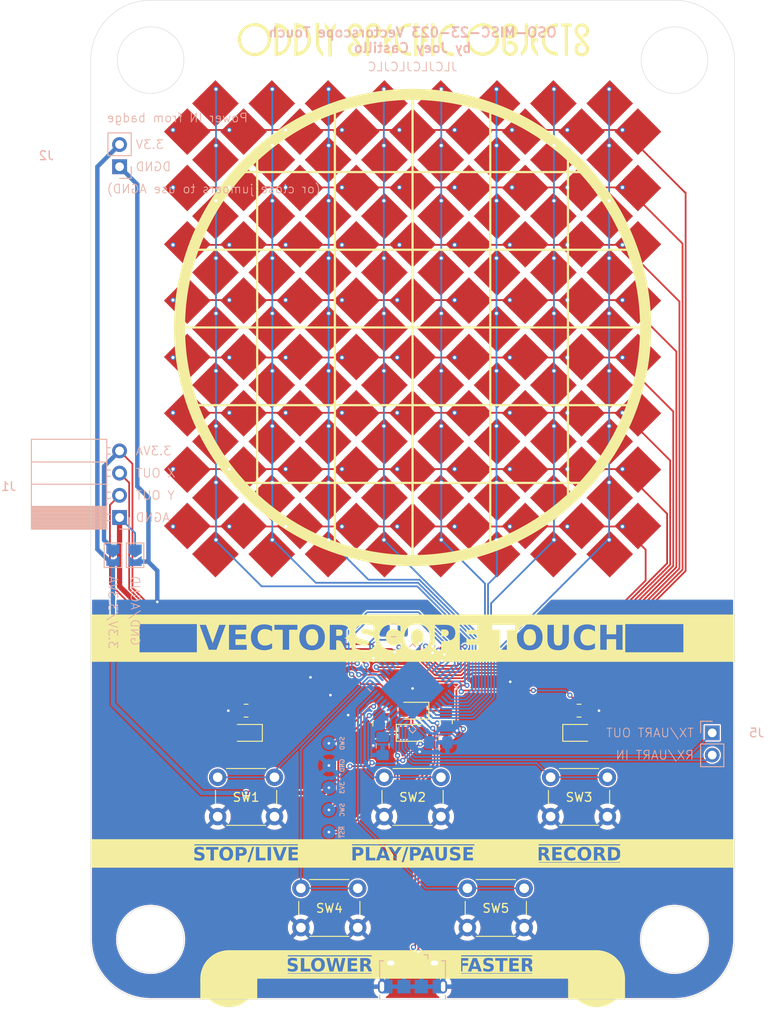
<source format=kicad_pcb>
(kicad_pcb (version 20221018) (generator pcbnew)
  (layers (0 "F.Cu" signal) (31 "B.Cu" signal) (34 "B.Paste" user) (35 "F.Paste" user) (36 "B.SilkS" user "B.Silkscreen") (37 "F.SilkS" user "F.Silkscreen") (38 "B.Mask" user) (39 "F.Mask" user) (44 "Edge.Cuts" user))
  (net 0 "")
  (net 1 "GND")
  (net 2 "/X0")
  (net 3 "/X1")
  (net 4 "/X2")
  (net 5 "/X3")
  (net 6 "/X4")
  (net 7 "/X5")
  (net 8 "/X6")
  (net 9 "/X7")
  (net 10 "/Y0")
  (net 11 "/Y1")
  (net 12 "/Y2")
  (net 13 "/Y3")
  (net 14 "/Y4")
  (net 15 "/Y5")
  (net 16 "/Y6")
  (net 17 "/Y7")
  (net 18 "+3.3VA")
  (net 19 "GNDA")
  (net 20 "+3.3V")
  (net 21 "/INT0")
  (net 22 "/INT1")
  (net 23 "/YOUT")
  (net 24 "/XOUT")
  (net 25 "/LED0")
  (net 26 "/LED1")
  (net 31 "/LED2")
  (net 32 "/LED3")
  (net 34 "/USB-")
  (net 36 "/USB+")
  (net 38 "Net-(D1-K)")
  (net 39 "Net-(D2-K)")
  (net 40 "Net-(D3-K)")
  (net 41 "Net-(D4-K)")
  (net 42 "/INT2")
  (net 43 "/INT3")
  (net 44 "/INT15")
  (net 45 "/SWCLK")
  (net 46 "/SWDIO")
  (net 47 "/~{RESET}")
  (net 48 "/VDDCORE")
  (net 49 "/TX")
  (net 50 "/RX")
  (footprint "Button_Switch_THT:SW_PUSH_6mm" (layer "F.Cu") (at 14.53 88.9)
    (fp_text reference "SW1")
    (fp_text value "SW_Push")
  )
  (footprint "LED_SMD:LED_0805_2012Metric_Pad1.15x1.40mm_HandSolder" (layer "F.Cu") (at 36.83 83.82)
    (fp_text reference "D2" hide)
    (fp_text value "LED")
  )
  (footprint "LED_SMD:LED_0805_2012Metric_Pad1.15x1.40mm_HandSolder" (layer "F.Cu") (at 36.83 81.28 180)
    (fp_text reference "D3" hide)
    (fp_text value "LED")
  )
  (footprint "Button_Switch_THT:SW_PUSH_6mm" (layer "F.Cu") (at 52.63 88.9)
    (fp_text reference "SW3")
    (fp_text value "SW_Push")
  )
  (footprint "LED_SMD:LED_0805_2012Metric_Pad1.15x1.40mm_HandSolder" (layer "F.Cu") (at 55.88 83.82)
    (fp_text reference "D4" hide)
    (fp_text value "LED")
  )
  (footprint "Resistor_SMD:R_0805_2012Metric_Pad1.20x1.40mm_HandSolder" (layer "F.Cu") (at 40.64 82.55 90)
    (fp_text reference "R3" hide)
    (fp_text value "R")
  )
  (footprint "Resistor_SMD:R_0805_2012Metric_Pad1.20x1.40mm_HandSolder" (layer "F.Cu") (at 17.78 81.28)
    (fp_text reference "R1" hide)
    (fp_text value "R")
  )
  (footprint "CAPT-B1-02 Cap Touch Matrix Shield:MATRIX_ACTIVE_8X8SEG_6MM" (layer "F.Cu") (at 36.83 37.592)
    (fp_text reference "CT2" hide)
    (fp_text value "~")
  )
  (footprint "Resistor_SMD:R_0805_2012Metric_Pad1.20x1.40mm_HandSolder" (layer "F.Cu") (at 33.02 82.82 -90)
    (fp_text reference "R2" hide)
    (fp_text value "R")
  )
  (footprint "Resistor_SMD:R_0805_2012Metric_Pad1.20x1.40mm_HandSolder" (layer "F.Cu") (at 55.88 81.28 180)
    (fp_text reference "R4" hide)
    (fp_text value "R")
  )
  (footprint "Button_Switch_THT:SW_PUSH_6mm" (layer "F.Cu") (at 43.105 101.6)
    (fp_text reference "SW5")
    (fp_text value "SW_Push")
  )
  (footprint "LED_SMD:LED_0805_2012Metric_Pad1.15x1.40mm_HandSolder" (layer "F.Cu") (at 17.78 83.82 180)
    (fp_text reference "D1" hide)
    (fp_text value "LED")
  )
  (footprint "Button_Switch_THT:SW_PUSH_6mm" (layer "F.Cu") (at 33.58 88.9)
    (fp_text reference "SW2")
    (fp_text value "SW_Push")
  )
  (footprint "Button_Switch_THT:SW_PUSH_6mm" (layer "F.Cu") (at 24.055 101.6)
    (fp_text reference "SW4")
    (fp_text value "SW_Push")
  )
  (footprint "Connector_PinSocket_2.54mm:PinSocket_1x02_P2.54mm_Vertical" (layer "B.Cu") (at 3.302 19.05)
    (fp_text reference "J2")
    (fp_text value "Conn_01x02_Socket")
  )
  (footprint "Capacitor_SMD:C_0805_2012Metric_Pad1.18x1.45mm_HandSolder" (layer "B.Cu") (at 34.6671 72.0852)
    (fp_text reference "C2" hide)
    (fp_text value "C")
  )
  (footprint "Package_DFN_QFN:QFN-48-1EP_7x7mm_P0.5mm_EP5.15x5.15mm" (layer "B.Cu") (at 36.83 78.74 -45)
    (fp_text reference "U1" hide)
    (fp_text value "ATSAML21G18B-MUT" hide)
  )
  (footprint "Connector_PinSocket_2.54mm:PinSocket_1x02_P2.54mm_Vertical" (layer "B.Cu") (at 71.12 83.82 180)
    (fp_text reference "J5")
    (fp_text value "Conn_01x02_Socket")
  )
  (footprint "Connector_USB:USB_Micro-B_Amphenol_10118194_Horizontal" (layer "B.Cu") (at 36.83 111.5522 180)
    (fp_text reference "J3" hide)
    (fp_text value "USB_B_Micro")
  )
  (footprint "OSO_SWD:OSO_SWD_Linear" (layer "B.Cu") (at 27.2542 90.0938 -90)
    (fp_text reference "J4" hide)
    (fp_text value "OSO_SWD")
  )
  (footprint "Capacitor_SMD:C_0805_2012Metric_Pad1.18x1.45mm_HandSolder" (layer "B.Cu") (at 33.401 85.3186 90)
    (fp_text reference "C3" hide)
    (fp_text value "C")
  )
  (footprint "Capacitor_SMD:C_0805_2012Metric_Pad1.18x1.45mm_HandSolder" (layer "B.Cu") (at 39.7764 84.9122 180)
    (fp_text reference "C1" hide)
    (fp_text value "C")
  )
  (footprint "Jumper:SolderJumper-2_P1.3mm_Open_TrianglePad1.0x1.5mm" (layer "B.Cu") (at 2.54 63.5 -90)
    (fp_text reference "JP1" hide)
    (fp_text value "Jumper_2_Open")
  )
  (footprint "Jumper:SolderJumper-2_P1.3mm_Open_TrianglePad1.0x1.5mm" (layer "B.Cu") (at 5.08 63.5 -90)
    (fp_text reference "JP2" hide)
    (fp_text value "Jumper_2_Open")
  )
  (footprint "Connector_PinSocket_2.54mm:PinSocket_1x04_P2.54mm_Horizontal" (layer "B.Cu") (at 3.302 59.182)
    (fp_text reference "J1")
    (fp_text value "Conn_01x04_Socket")
  )
  (gr_poly (pts (xy 30.337507 2.652071) (xy 30.413553 2.660565) (xy 30.488492 2.675435) (xy 30.561739 2.696688) (xy 30.632711 2.724333) (xy 30.700826 2.758378) (xy 30.765499 2.79883) (xy 30.826148 2.845697) (xy 30.882189 2.898989) (xy 30.933039 2.958711) (xy 30.978114 3.024874) (xy 31.016832 3.097484) (xy 31.048608 3.17655) (xy 31.07286 3.26208) (xy 31.089005 3.354081) (xy 31.096458 3.452562) (xy 31.096616 3.522508) (xy 31.092978 3.589721) (xy 31.085538 3.654214) (xy 31.074289 3.715997) (xy 31.059226 3.77508) (xy 31.040342 3.831474) (xy 31.017631 3.885189) (xy 30.991087 3.936237) (xy 30.960702 3.984628) (xy 30.926472 4.030373) (xy 30.888389 4.073482) (xy 30.846448 4.113966) (xy 30.800642 4.151835) (xy 30.750964 4.187101) (xy 30.697409 4.219774) (xy 30.639971 4.249864) (xy 30.617505 4.260687) (xy 30.597591 4.269809) (xy 30.588453 4.273654) (xy 30.579789 4.276977) (xy 30.571543 4.279749) (xy 30.563661 4.281936) (xy 30.556089 4.283508) (xy 30.548771 4.284432) (xy 30.541653 4.284676) (xy 30.53468 4.28421) (xy 30.527797 4.283001) (xy 30.52095 4.281017) (xy 30.514083 4.278226) (xy 30.507142 4.274598) (xy 30.500073 4.270099) (xy 30.49282 4.264699) (xy 30.485329 4.258365) (xy 30.477545 4.251066) (xy 30.469414 4.24277) (xy 30.46088 4.233445) (xy 30.451889 4.223059) (xy 30.442385 4.211581) (xy 30.421624 4.18522) (xy 30.398159 4.154109) (xy 30.341362 4.076616) (xy 30.331357 4.063122) (xy 30.321258 4.049893) (xy 30.31134 4.037266) (xy 30.301878 4.025576) (xy 30.293148 4.015158) (xy 30.285423 4.00635) (xy 30.27898 3.999487) (xy 30.276324 3.996889) (xy 30.274092 3.994904) (xy 30.272381 3.993396) (xy 30.270796 3.991825) (xy 30.269338 3.990201) (xy 30.268004 3.988534) (xy 30.266794 3.986833) (xy 30.265706 3.985107) (xy 30.264741 3.983367) (xy 30.263896 3.981621) (xy 30.263171 3.979879) (xy 30.262564 3.978152) (xy 30.262076 3.976448) (xy 30.261705 3.974777) (xy 30.261449 3.973148) (xy 30.261308 3.971572) (xy 30.261281 3.970058) (xy 30.261368 3.968615) (xy 30.261566 3.967253) (xy 30.261875 3.965981) (xy 30.262294 3.964809) (xy 30.262822 3.963747) (xy 30.263458 3.962805) (xy 30.264201 3.961991) (xy 30.265051 3.961315) (xy 30.266005 3.960788) (xy 30.267064 3.960418) (xy 30.268225 3.960215) (xy 30.269489 3.960189) (xy 30.270854 3.960349) (xy 30.272319 3.960704) (xy 30.273884 3.961266) (xy 30.275547 3.962042) (xy 30.277307 3.963043) (xy 30.279069 3.963804) (xy 30.281435 3.964308) (xy 30.287854 3.964575) (xy 30.296319 3.963915) (xy 30.306587 3.962399) (xy 30.318415 3.960099) (xy 30.331558 3.957084) (xy 30.345772 3.953427) (xy 30.360815 3.949199) (xy 30.376443 3.94447) (xy 30.392411 3.939312) (xy 30.408477 3.933796) (xy 30.424396 3.927992) (xy 30.439926 3.921973) (xy 30.454821 3.91581) (xy 30.46884 3.909572) (xy 30.481737 3.903333) (xy 30.517022 3.883699) (xy 30.54962 3.862034) (xy 30.579551 3.838491) (xy 30.606834 3.813223) (xy 30.631488 3.786386) (xy 30.653532 3.758133) (xy 30.672986 3.728618) (xy 30.689868 3.697996) (xy 30.704197 3.66642) (xy 30.715994 3.634044) (xy 30.725276 3.601023) (xy 30.732063 3.56751) (xy 30.736373 3.53366) (xy 30.738227 3.499626) (xy 30.737644 3.465563) (xy 30.734641 3.431625) (xy 30.729239 3.397966) (xy 30.721457 3.364739) (xy 30.711314 3.332099) (xy 30.698828 3.3002) (xy 30.684019 3.269196) (xy 30.666907 3.239242) (xy 30.647509 3.21049) (xy 30.625846 3.183095) (xy 30.601937 3.157212) (xy 30.5758 3.132994) (xy 30.547454 3.110595) (xy 30.51692 3.09017) (xy 30.484215 3.071872) (xy 30.44936 3.055856) (xy 30.412372 3.042275) (xy 30.373272 3.031283) (xy 30.340986 3.02365) (xy 30.315305 3.018006) (xy 30.30444 3.015893) (xy 30.294626 3.014234) (xy 30.285664 3.013013) (xy 30.277351 3.012217) (xy 30.26949 3.011831) (xy 30.261879 3.011839) (xy 30.254319 3.012229) (xy 30.246609 3.012985) (xy 30.23855 3.014092) (xy 30.229941 3.015536) (xy 30.210275 3.019377) (xy 30.185404 3.025111) (xy 30.161041 3.031979) (xy 30.137215 3.03994) (xy 30.113954 3.048954) (xy 30.091287 3.058983) (xy 30.069244 3.069985) (xy 30.047854 3.081922) (xy 30.027145 3.094754) (xy 30.007147 3.108441) (xy 29.987889 3.122943) (xy 29.969398 3.138221) (xy 29.951706 3.154234) (xy 29.93484 3.170944) (xy 29.918829 3.18831) (xy 29.903703 3.206292) (xy 29.889491 3.224852) (xy 29.87622 3.243949) (xy 29.863922 3.263544) (xy 29.852624 3.283596) (xy 29.842355 3.304066) (xy 29.833145 3.324915) (xy 29.825022 3.346102) (xy 29.818016 3.367589) (xy 29.812156 3.389334) (xy 29.807469 3.411299) (xy 29.803987 3.433444) (xy 29.801736 3.455728) (xy 29.800748 3.478113) (xy 29.801049 3.500559) (xy 29.80267 3.523026) (xy 29.80564 3.545473) (xy 29.809987 3.567862) (xy 29.814721 3.587431) (xy 29.820035 3.606426) (xy 29.826056 3.625063) (xy 29.832912 3.643557) (xy 29.84073 3.662124) (xy 29.849637 3.680978) (xy 29.859761 3.700335) (xy 29.87123 3.72041) (xy 29.88417 3.741417) (xy 29.89871 3.763573) (xy 29.914977 3.787092) (xy 29.933099 3.81219) (xy 29.953202 3.839082) (xy 29.975415 3.867982) (xy 30.02668 3.93267) (xy 30.090248 4.01227) (xy 30.161073 4.102036) (xy 30.230512 4.190963) (xy 30.289928 4.268045) (xy 30.351647 4.347771) (xy 30.427207 4.44382) (xy 30.507053 4.544106) (xy 30.581632 4.636543) (xy 30.649636 4.720417) (xy 30.711424 4.797386) (xy 30.760196 4.858928) (xy 30.789157 4.896516) (xy 30.798737 4.909273) (xy 30.810387 4.924391) (xy 30.838092 4.959469) (xy 30.868654 4.997268) (xy 30.898457 5.033307) (xy 30.944812 5.093204) (xy 30.984844 5.154637) (xy 31.018715 5.217342) (xy 31.046587 5.281056) (xy 31.068625 5.345517) (xy 31.084989 5.410459) (xy 31.095843 5.475621) (xy 31.101348 5.540738) (xy 31.101669 5.605547) (xy 31.096967 5.669784) (xy 31.087404 5.733187) (xy 31.073144 5.795492) (xy 31.054349 5.856434) (xy 31.031182 5.915752) (xy 31.003804 5.973181) (xy 30.97238 6.028458) (xy 30.93707 6.08132) (xy 30.898038 6.131503) (xy 30.855447 6.178744) (xy 30.809459 6.222778) (xy 30.760236 6.263344) (xy 30.707941 6.300177) (xy 30.652737 6.333015) (xy 30.594786 6.361592) (xy 30.534251 6.385647) (xy 30.471294 6.404916) (xy 30.406079 6.419135) (xy 30.338766 6.428041) (xy 30.26952 6.43137) (xy 30.198503 6.42886) (xy 30.125876 6.420245) (xy 30.051804 6.405264) (xy 29.981621 6.38494) (xy 29.915526 6.359464) (xy 29.853539 6.32916) (xy 29.795684 6.29435) (xy 29.741983 6.255359) (xy 29.692457 6.21251) (xy 29.647128 6.166127) (xy 29.606019 6.116532) (xy 29.569151 6.064049) (xy 29.536547 6.009001) (xy 29.508229 5.951712) (xy 29.484218 5.892506) (xy 29.464538 5.831705) (xy 29.449209 5.769634) (xy 29.438255 5.706614) (xy 29.431696 5.642971) (xy 29.429556 5.579027) (xy 29.431855 5.515106) (xy 29.438617 5.451531) (xy 29.449863 5.388625) (xy 29.465616 5.326712) (xy 29.485897 5.266116) (xy 29.510728 5.207159) (xy 29.540132 5.150165) (xy 29.574131 5.095458) (xy 29.612746 5.04336) (xy 29.656 4.994196) (xy 29.703915 4.948289) (xy 29.756513 4.905962) (xy 29.813815 4.867538) (xy 29.875845 4.833342) (xy 29.942623 4.803695) (xy 30.001797 4.780395) (xy 30.062279 4.850011) (xy 30.085193 4.877817) (xy 30.112711 4.913482) (xy 30.142472 4.953657) (xy 30.172116 4.994994) (xy 30.199282 5.034147) (xy 30.221609 5.067767) (xy 30.236737 5.092507) (xy 30.240863 5.100501) (xy 30.242304 5.105019) (xy 30.242222 5.105299) (xy 30.24198 5.105613) (xy 30.241581 5.10596) (xy 30.241029 5.10634) (xy 30.239484 5.107189) (xy 30.237376 5.10815) (xy 30.234737 5.109214) (xy 30.231598 5.11037) (xy 30.227993 5.111608) (xy 30.223953 5.112918) (xy 30.219509 5.11429) (xy 30.214695 5.115714) (xy 30.204079 5.118678) (xy 30.192361 5.121727) (xy 30.179796 5.124783) (xy 30.132689 5.137855) (xy 30.088635 5.154013) (xy 30.047634 5.173053) (xy 30.009683 5.194766) (xy 29.974784 5.218946) (xy 29.942934 5.245387) (xy 29.914134 5.27388) (xy 29.888382 5.304221) (xy 29.865679 5.336201) (xy 29.846022 5.369615) (xy 29.829413 5.404255) (xy 29.815849 5.439914) (xy 29.80533 5.476386) (xy 29.797856 5.513464) (xy 29.793425 5.550942) (xy 29.792038 5.588612) (xy 29.793693 5.626267) (xy 29.79839 5.663702) (xy 29.806127 5.700709) (xy 29.816905 5.737081) (xy 29.830723 5.772611) (xy 29.847579 5.807094) (xy 29.867474 5.840321) (xy 29.890406 5.872087) (xy 29.916374 5.902185) (xy 29.945379 5.930407) (xy 29.97742 5.956547) (xy 30.012495 5.980398) (xy 30.050604 6.001754) (xy 30.091746 6.020407) (xy 30.135921 6.036151) (xy 30.183128 6.048779) (xy 30.202051 6.052512) (xy 30.221136 6.055212) (xy 30.240347 6.056901) (xy 30.259651 6.057598) (xy 30.279013 6.057322) (xy 30.298396 6.056095) (xy 30.317767 6.053936) (xy 30.337091 6.050864) (xy 30.356332 6.0469) (xy 30.375456 6.042064) (xy 30.413213 6.029856) (xy 30.450082 6.014398) (xy 30.485785 5.99585) (xy 30.520043 5.974372) (xy 30.552576 5.950124) (xy 30.583105 5.923265) (xy 30.611352 5.893955) (xy 30.624532 5.878431) (xy 30.637037 5.862354) (xy 30.648831 5.845744) (xy 30.659881 5.828621) (xy 30.670151 5.811005) (xy 30.679605 5.792915) (xy 30.68821 5.774373) (xy 30.695931 5.755398) (xy 30.710197 5.714961) (xy 30.721359 5.676545) (xy 30.725722 5.657945) (xy 30.729246 5.63967) (xy 30.731908 5.621661) (xy 30.733687 5.603857) (xy 30.734561 5.5862) (xy 30.73451 5.568628) (xy 30.733512 5.551083) (xy 30.731545 5.533503) (xy 30.728589 5.515831) (xy 30.724621 5.498005) (xy 30.719621 5.479966) (xy 30.713567 5.461654) (xy 30.706437 5.443009) (xy 30.698211 5.423971) (xy 30.688866 5.404481) (xy 30.678382 5.384478) (xy 30.666736 5.363903) (xy 30.653909 5.342696) (xy 30.624621 5.298147) (xy 30.590348 5.25035) (xy 30.550917 5.198829) (xy 30.506158 5.143103) (xy 30.4559 5.082694) (xy 30.412461 5.029913) (xy 30.360919 4.965403) (xy 30.307724 4.897334) (xy 30.259329 4.833877) (xy 30.179098 4.727207) (xy 30.146076 4.684053) (xy 30.110129 4.637945) (xy 30.00649 4.507647) (xy 29.82225 4.277868) (xy 29.701826 4.126282) (xy 29.652376 4.06224) (xy 29.609489 4.004748) (xy 29.57271 3.952843) (xy 29.54158 3.905563) (xy 29.515643 3.861945) (xy 29.494441 3.821026) (xy 29.477517 3.781845) (xy 29.464413 3.743438) (xy 29.454673 3.704842) (xy 29.447839 3.665096) (xy 29.443453 3.623237) (xy 29.441059 3.578301) (xy 29.440199 3.529326) (xy 29.440416 3.475351) (xy 29.446053 3.376688) (xy 29.460498 3.284265) (xy 29.483168 3.198089) (xy 29.513479 3.118168) (xy 29.550849 3.04451) (xy 29.594693 2.977124) (xy 29.64443 2.916017) (xy 29.699474 2.861197) (xy 29.759244 2.812672) (xy 29.823156 2.770451) (xy 29.890625 2.734542) (xy 29.96107 2.704951) (xy 30.033907 2.681688) (xy 30.108553 2.664761) (xy 30.184423 2.654177) (xy 30.260936 2.649944)) (fill solid) (layer "F.SilkS"))
  (gr_rect (start 43.9166 96.45015) (end 51.2572 99.02825) (fill solid) (layer "F.SilkS"))
  (gr_poly (pts (xy 26.776136 2.614041) (xy 26.790422 2.619575) (xy 26.806763 2.628528) (xy 26.824982 2.640679) (xy 26.866348 2.67369) (xy 26.913105 2.71684) (xy 26.963837 2.76836) (xy 27.01713 2.82648) (xy 27.071569 2.889432) (xy 27.125738 2.955448) (xy 27.178222 3.022758) (xy 27.227607 3.089593) (xy 27.272477 3.154186) (xy 27.311417 3.214766) (xy 27.343011 3.269565) (xy 27.365846 3.316815) (xy 27.373537 3.337055) (xy 27.378506 3.354745) (xy 27.380578 3.369664) (xy 27.379576 3.381589) (xy 27.378435 3.386362) (xy 27.377521 3.39068) (xy 27.376828 3.394549) (xy 27.37635 3.397975) (xy 27.376081 3.400963) (xy 27.376016 3.403518) (xy 27.37615 3.405645) (xy 27.376475 3.407351) (xy 27.376988 3.40864) (xy 27.377682 3.409518) (xy 27.378095 3.409805) (xy 27.378551 3.40999) (xy 27.37959 3.410063) (xy 27.380793 3.40974) (xy 27.382155 3.409028) (xy 27.383669 3.407931) (xy 27.385331 3.406457) (xy 27.387134 3.404609) (xy 27.389073 3.402393) (xy 27.391142 3.399815) (xy 27.393335 3.39688) (xy 27.398072 3.38996) (xy 27.403239 3.381678) (xy 27.40879 3.372076) (xy 27.414681 3.361198) (xy 27.420864 3.349086) (xy 27.427296 3.335786) (xy 27.451425 3.289051) (xy 27.481488 3.237986) (xy 27.516607 3.183604) (xy 27.555904 3.126918) (xy 27.598501 3.068942) (xy 27.64352 3.01069) (xy 27.690083 2.953175) (xy 27.737311 2.897411) (xy 27.784327 2.844411) (xy 27.830251 2.795189) (xy 27.874207 2.750759) (xy 27.915316 2.712135) (xy 27.9527 2.680329) (xy 27.98548 2.656355) (xy 28.012779 2.641228) (xy 28.024098 2.637298) (xy 28.033718 2.63596) (xy 28.034108 2.636293) (xy 28.034483 2.637279) (xy 28.035188 2.64115) (xy 28.035831 2.647441) (xy 28.03641 2.656023) (xy 28.037367 2.679538) (xy 28.038041 2.710651) (xy 28.038417 2.74832) (xy 28.038477 2.791501) (xy 28.038206 2.839152) (xy 28.037587 2.89023) (xy 28.033718 3.14444) (xy 27.991819 3.190863) (xy 27.955828 3.232616) (xy 27.921113 3.276767) (xy 27.887762 3.323117) (xy 27.855865 3.371466) (xy 27.825509 3.421615) (xy 27.796781 3.473364) (xy 27.769771 3.526514) (xy 27.744567 3.580864) (xy 27.721255 3.636215) (xy 27.699926 3.692368) (xy 27.680666 3.749124) (xy 27.663564 3.806281) (xy 27.648708 3.863642) (xy 27.636187 3.921005) (xy 27.626087 3.978173) (xy 27.618498 4.034944) (xy 27.617001 4.064279) (xy 27.615273 4.125234) (xy 27.611377 4.327061) (xy 27.607309 4.610538) (xy 27.603569 4.945773) (xy 27.593281 5.832788) (xy 27.592389 5.86943) (xy 27.591341 5.942812) (xy 27.589328 6.157234) (xy 27.587233 6.44596) (xy 27.420545 6.44596) (xy 27.383766 6.44575) (xy 27.350982 6.445133) (xy 27.322472 6.44413) (xy 27.298518 6.442762) (xy 27.2794 6.441049) (xy 27.265397 6.439013) (xy 27.260401 6.43788) (xy 27.256789 6.436674) (xy 27.254597 6.435398) (xy 27.253858 6.434054) (xy 27.253827 6.433442) (xy 27.253735 6.432839) (xy 27.253583 6.432244) (xy 27.253373 6.431659) (xy 27.253106 6.431083) (xy 27.252785 6.430519) (xy 27.25241 6.429966) (xy 27.251982 6.429426) (xy 27.251505 6.428899) (xy 27.250978 6.428385) (xy 27.250404 6.427887) (xy 27.249783 6.427404) (xy 27.249118 6.426937) (xy 27.248411 6.426487) (xy 27.247661 6.426054) (xy 27.246872 6.425641) (xy 27.246044 6.425246) (xy 27.24518 6.424871) (xy 27.24428 6.424517) (xy 27.243346 6.424185) (xy 27.24238 6.423875) (xy 27.241383 6.423588) (xy 27.240356 6.423324) (xy 27.239302 6.423085) (xy 27.238221 6.422872) (xy 27.237115 6.422684) (xy 27.235987 6.422523) (xy 27.234836 6.42239) (xy 27.233665 6.422285) (xy 27.232475 6.422209) (xy 27.231269 6.422163) (xy 27.230046 6.422148) (xy 27.227977 6.422118) (xy 27.22603 6.422009) (xy 27.224202 6.421791) (xy 27.222489 6.421434) (xy 27.221674 6.421194) (xy 27.220886 6.420909) (xy 27.220125 6.420574) (xy 27.21939 6.420186) (xy 27.218681 6.419741) (xy 27.217997 6.419235) (xy 27.217337 6.418665) (xy 27.216702 6.418027) (xy 27.21609 6.417317) (xy 27.215502 6.416532) (xy 27.214936 6.415667) (xy 27.214392 6.41472) (xy 27.21387 6.413686) (xy 27.213369 6.412561) (xy 27.212888 6.411343) (xy 27.212428 6.410027) (xy 27.211987 6.408609) (xy 27.211565 6.407086) (xy 27.210777 6.40371) (xy 27.210059 6.399869) (xy 27.209407 6.395533) (xy 27.208818 6.390672) (xy 27.208287 6.385257) (xy 27.20781 6.379258) (xy 27.207384 6.372645) (xy 27.207003 6.365389) (xy 27.206665 6.35746) (xy 27.206364 6.348829) (xy 27.206098 6.339465) (xy 27.205651 6.318421) (xy 27.205292 6.294091) (xy 27.204989 6.266238) (xy 27.204709 6.234624) (xy 27.202902 6.086431) (xy 27.201802 6.02911) (xy 27.200756 5.993523) (xy 27.196428 5.675882) (xy 27.189493 4.987444) (xy 27.182232 4.369568) (xy 27.177168 4.168812) (xy 27.169809 4.021084) (xy 27.159148 3.912063) (xy 27.144182 3.827429) (xy 27.123906 3.752863) (xy 27.097315 3.674042) (xy 27.083859 3.637627) (xy 27.068805 3.600357) (xy 27.052322 3.562518) (xy 27.03458 3.524396) (xy 27.015749 3.486276) (xy 26.995998 3.448444) (xy 26.975498 3.411186) (xy 26.954419 3.374787) (xy 26.932929 3.339534) (xy 26.911199 3.30571) (xy 26.889399 3.273603) (xy 26.867699 3.243498) (xy 26.846267 3.215681) (xy 26.825275 3.190436) (xy 26.804892 3.168051) (xy 26.785287 3.14881) (xy 26.753795 3.119985) (xy 26.753795 2.866036) (xy 26.754611 2.767467) (xy 26.756827 2.686737) (xy 26.758353 2.655668) (xy 26.760099 2.632185) (xy 26.762024 2.617331) (xy 26.763039 2.613465) (xy 26.764083 2.612148)) (fill solid) (layer "F.SilkS"))
  (gr_rect (start 60.579 96.37395) (end 73.66 98.95205) (fill solid) (layer "F.SilkS"))
  (gr_rect (start -0.0127 70.612) (end 5.588 75.438) (fill solid) (layer "F.SilkS"))
  (gr_poly (pts (xy 45.012444 2.633229) (xy 45.13986 2.644642) (xy 45.266504 2.664848) (xy 45.391883 2.693955) (xy 45.515503 2.732068) (xy 45.636873 2.779294) (xy 45.755499 2.835738) (xy 45.87089 2.901506) (xy 45.982551 2.976704) (xy 46.089991 3.061439) (xy 46.192717 3.155816) (xy 46.290236 3.259942) (xy 46.382055 3.373921) (xy 46.466838 3.496866) (xy 46.540092 3.622619) (xy 46.602083 3.750708) (xy 46.653076 3.880661) (xy 46.693338 4.012007) (xy 46.723135 4.144275) (xy 46.742733 4.276991) (xy 46.752399 4.409685) (xy 46.752398 4.541885) (xy 46.742997 4.67312) (xy 46.724461 4.802916) (xy 46.697057 4.930804) (xy 46.661051 5.05631) (xy 46.616709 5.178963) (xy 46.564297 5.298292) (xy 46.504082 5.413825) (xy 46.436329 5.52509) (xy 46.361304 5.631615) (xy 46.279274 5.732928) (xy 46.190505 5.828559) (xy 46.095263 5.918034) (xy 45.993814 6.000883) (xy 45.886424 6.076634) (xy 45.77336 6.144814) (xy 45.654887 6.204953) (xy 45.531272 6.256578) (xy 45.40278 6.299218) (xy 45.269678 6.332401) (xy 45.132232 6.355655) (xy 44.990708 6.368509) (xy 44.845373 6.37049) (xy 44.696491 6.361128) (xy 44.594505 6.347993) (xy 44.49367 6.329365) (xy 44.394263 6.305405) (xy 44.296562 6.276274) (xy 44.200843 6.242133) (xy 44.107384 6.203144) (xy 44.016463 6.159469) (xy 43.928356 6.111268) (xy 43.843341 6.058703) (xy 43.761696 6.001936) (xy 43.683697 5.941127) (xy 43.609622 5.876438) (xy 43.539748 5.808032) (xy 43.474353 5.736068) (xy 43.413713 5.660708) (xy 43.358107 5.582114) (xy 43.328523 5.538073) (xy 43.300124 5.496919) (xy 43.276099 5.463247) (xy 43.266725 5.450654) (xy 43.259642 5.441656) (xy 43.239704 5.416026) (xy 43.220507 5.388342) (xy 43.184395 5.327205) (xy 43.151421 5.259026) (xy 43.121699 5.18459) (xy 43.095345 5.104681) (xy 43.072472 5.020081) (xy 43.053198 4.931576) (xy 43.037635 4.839947) (xy 43.0259 4.745979) (xy 43.018107 4.650455) (xy 43.014371 4.554159) (xy 43.014579 4.508061) (xy 43.362978 4.508061) (xy 43.365357 4.607135) (xy 43.373512 4.704558) (xy 43.387401 4.799569) (xy 43.406983 4.89141) (xy 43.432216 4.97932) (xy 43.463061 5.062539) (xy 43.499476 5.140308) (xy 43.54142 5.211867) (xy 43.588853 5.276457) (xy 43.596111 5.285457) (xy 43.602877 5.294244) (xy 43.609005 5.302598) (xy 43.614347 5.310297) (xy 43.618757 5.31712) (xy 43.620566 5.320134) (xy 43.622088 5.322845) (xy 43.623303 5.325227) (xy 43.624194 5.327252) (xy 43.624742 5.328891) (xy 43.624929 5.330118) (xy 43.625313 5.332453) (xy 43.626444 5.335533) (xy 43.630817 5.343778) (xy 43.63779 5.354551) (xy 43.647102 5.367553) (xy 43.658495 5.382483) (xy 43.67171 5.399039) (xy 43.702571 5.435832) (xy 43.737612 5.475527) (xy 43.774761 5.515718) (xy 43.793479 5.535248) (xy 43.811947 5.554001) (xy 43.829906 5.571676) (xy 43.847097 5.587972) (xy 43.909785 5.6429) (xy 43.97508 5.693883) (xy 44.042806 5.740866) (xy 44.112784 5.783796) (xy 44.184837 5.822617) (xy 44.258789 5.857275) (xy 44.334461 5.887715) (xy 44.411677 5.913883) (xy 44.490259 5.935724) (xy 44.570029 5.953184) (xy 44.65081 5.966207) (xy 44.732425 5.974741) (xy 44.814697 5.978729) (xy 44.897447 5.978117) (xy 44.9805 5.972851) (xy 45.063676 5.962876) (xy 45.153582 5.946806) (xy 45.241063 5.925768) (xy 45.326018 5.899945) (xy 45.408345 5.869519) (xy 45.487939 5.834674) (xy 45.564698 5.795591) (xy 45.638521 5.752453) (xy 45.709303 5.705443) (xy 45.776943 5.654744) (xy 45.841337 5.600538) (xy 45.902384 5.543008) (xy 45.959979 5.482337) (xy 46.014021 5.418707) (xy 46.064407 5.352301) (xy 46.111034 5.283301) (xy 46.1538 5.211891) (xy 46.192601 5.138252) (xy 46.227335 5.062568) (xy 46.257899 4.98502) (xy 46.284191 4.905793) (xy 46.306108 4.825068) (xy 46.323547 4.743028) (xy 46.336406 4.659855) (xy 46.344581 4.575733) (xy 46.34797 4.490844) (xy 46.346471 4.405371) (xy 46.33998 4.319495) (xy 46.328396 4.233401) (xy 46.311614 4.14727) (xy 46.289533 4.061286) (xy 46.26205 3.97563) (xy 46.229062 3.890486) (xy 46.179189 3.783526) (xy 46.122895 3.683259) (xy 46.060595 3.589695) (xy 45.992705 3.502843) (xy 45.919642 3.422711) (xy 45.841822 3.349308) (xy 45.75966 3.282644) (xy 45.673572 3.222727) (xy 45.583976 3.169566) (xy 45.491285 3.123171) (xy 45.395918 3.083549) (xy 45.298289 3.05071) (xy 45.198814 3.024664) (xy 45.097911 3.005418) (xy 44.995993 2.992982) (xy 44.893479 2.987364) (xy 44.790783 2.988574) (xy 44.688321 2.996621) (xy 44.586511 3.011514) (xy 44.485766 3.03326) (xy 44.386505 3.061871) (xy 44.289142 3.097353) (xy 44.194094 3.139717) (xy 44.101777 3.188971) (xy 44.012606 3.245124) (xy 43.926998 3.308185) (xy 43.845368 3.378163) (xy 43.768134 3.455067) (xy 43.69571 3.538906) (xy 43.628513 3.629689) (xy 43.566958 3.727424) (xy 43.511462 3.832121) (xy 43.472269 3.921482) (xy 43.439138 4.01451) (xy 43.412028 4.110445) (xy 43.390898 4.208527) (xy 43.375707 4.307997) (xy 43.366414 4.408095) (xy 43.362978 4.508061) (xy 43.014579 4.508061) (xy 43.014807 4.457874) (xy 43.019529 4.362385) (xy 43.028654 4.268474) (xy 43.042296 4.176925) (xy 43.060569 4.088522) (xy 43.099977 3.946312) (xy 43.148466 3.810775) (xy 43.205543 3.682018) (xy 43.270716 3.560147) (xy 43.343491 3.445269) (xy 43.423377 3.337488) (xy 43.50988 3.236912) (xy 43.602508 3.143646) (xy 43.700768 3.057796) (xy 43.804168 2.979468) (xy 43.912214 2.908768) (xy 44.024414 2.845803) (xy 44.140276 2.790677) (xy 44.259307 2.743498) (xy 44.381014 2.704371) (xy 44.504904 2.673402) (xy 44.630484 2.650698) (xy 44.757263 2.636363) (xy 44.884747 2.630505)) (fill solid) (layer "F.SilkS"))
  (gr_poly (pts (xy 41.612772 3.076491) (xy 41.578481 3.076491) (xy 41.570455 3.0768) (xy 41.559789 3.077692) (xy 41.531709 3.081033) (xy 41.496583 3.086117) (xy 41.456754 3.092551) (xy 41.414564 3.09994) (xy 41.372356 3.10789) (xy 41.332472 3.116005) (xy 41.297256 3.12389) (xy 41.142475 3.16068) (xy 41.079579 3.177218) (xy 41.01828 3.196484) (xy 40.958619 3.218415) (xy 40.900639 3.242944) (xy 40.844382 3.270008) (xy 40.78989 3.299541) (xy 40.737204 3.331478) (xy 40.686368 3.365755) (xy 40.637424 3.402306) (xy 40.590412 3.441067) (xy 40.545376 3.481972) (xy 40.502358 3.524958) (xy 40.4614 3.569958) (xy 40.422543 3.616908) (xy 40.38583 3.665743) (xy 40.351304 3.716399) (xy 40.319006 3.768809) (xy 40.288978 3.82291) (xy 40.261262 3.878637) (xy 40.235902 3.935923) (xy 40.212937 3.994706) (xy 40.192412 4.054919) (xy 40.174368 4.116498) (xy 40.158847 4.179378) (xy 40.145891 4.243494) (xy 40.135542 4.308781) (xy 40.127843 4.375174) (xy 40.122835 4.442608) (xy 40.120561 4.511018) (xy 40.121063 4.58034) (xy 40.124383 4.650509) (xy 40.130562 4.721459) (xy 40.139527 4.793942) (xy 40.150721 4.864413) (xy 40.164136 4.932863) (xy 40.179764 4.999285) (xy 40.197597 5.063671) (xy 40.217626 5.126012) (xy 40.239843 5.186302) (xy 40.264239 5.244531) (xy 40.290806 5.300693) (xy 40.319536 5.354778) (xy 40.35042 5.40678) (xy 40.38345 5.45669) (xy 40.418618 5.5045) (xy 40.455914 5.550203) (xy 40.495332 5.59379) (xy 40.536862 5.635254) (xy 40.580496 5.674587) (xy 40.626226 5.71178) (xy 40.674043 5.746826) (xy 40.723939 5.779718) (xy 40.775906 5.810446) (xy 40.829935 5.839003) (xy 40.886017 5.865381) (xy 40.944146 5.889572) (xy 41.004311 5.911569) (xy 41.066505 5.931363) (xy 41.130719 5.948947) (xy 41.196946 5.964312) (xy 41.265176 5.97745) (xy 41.335401 5.988354) (xy 41.481804 6.003428) (xy 41.594911 6.011382) (xy 41.598245 6.206906) (xy 41.599738 6.28212) (xy 41.600132 6.311937) (xy 41.599938 6.33706) (xy 41.598888 6.357862) (xy 41.596717 6.37472) (xy 41.595128 6.381787) (xy 41.593158 6.388007) (xy 41.590775 6.393429) (xy 41.587946 6.398098) (xy 41.584636 6.402062) (xy 41.580813 6.405368) (xy 41.576444 6.408061) (xy 41.571495 6.41019) (xy 41.565933 6.4118) (xy 41.559724 6.412939) (xy 41.545236 6.413991) (xy 41.527762 6.413719) (xy 41.507039 6.412497) (xy 41.454775 6.408705) (xy 41.248824 6.385259) (xy 41.056287 6.34366) (xy 40.877156 6.285122) (xy 40.711423 6.210859) (xy 40.559081 6.122084) (xy 40.420121 6.020012) (xy 40.294536 5.905857) (xy 40.182319 5.780833) (xy 40.08346 5.646153) (xy 39.997952 5.503032) (xy 39.925788 5.352683) (xy 39.86696 5.19632) (xy 39.82146 5.035158) (xy 39.789279 4.87041) (xy 39.770411 4.70329) (xy 39.764847 4.535013) (xy 39.772579 4.366791) (xy 39.7936 4.19984) (xy 39.827902 4.035372) (xy 39.875477 3.874603) (xy 39.936318 3.718745) (xy 40.010415 3.569013) (xy 40.097763 3.426621) (xy 40.198352 3.292782) (xy 40.312175 3.168712) (xy 40.439224 3.055622) (xy 40.579491 2.954728) (xy 40.732968 2.867244) (xy 40.899649 2.794383) (xy 41.079524 2.737359) (xy 41.272586 2.697387) (xy 41.478827 2.675679) (xy 41.612772 2.668059)) (fill solid) (layer "F.SilkS"))
  (gr_poly (pts (xy 36.659771 3.01371) (xy 36.60917 3.021056) (xy 36.513083 3.035234) (xy 36.432203 3.047956) (xy 36.361758 3.060236) (xy 36.296973 3.073086) (xy 36.233075 3.087519) (xy 36.165292 3.104547) (xy 36.08885 3.125184) (xy 35.998975 3.150441) (xy 35.884494 3.189346) (xy 35.77828 3.238127) (xy 35.680285 3.296101) (xy 35.59046 3.362588) (xy 35.508756 3.436904) (xy 35.435126 3.518367) (xy 35.369521 3.606297) (xy 35.311891 3.700009) (xy 35.262189 3.798824) (xy 35.220366 3.902057) (xy 35.186373 4.009028) (xy 35.160163 4.119054) (xy 35.141686 4.231454) (xy 35.130893 4.345545) (xy 35.127738 4.460645) (xy 35.13217 4.576072) (xy 35.144141 4.691144) (xy 35.163603 4.805179) (xy 35.190507 4.917495) (xy 35.224805 5.027409) (xy 35.266449 5.134241) (xy 35.315389 5.237308) (xy 35.371577 5.335927) (xy 35.434964 5.429417) (xy 35.505503 5.517095) (xy 35.583144 5.59828) (xy 35.66784 5.67229) (xy 35.759541 5.738442) (xy 35.858199 5.796054) (xy 35.963765 5.844445) (xy 36.076191 5.882932) (xy 36.195429 5.910834) (xy 36.252364 5.921494) (xy 36.275198 5.926031) (xy 36.295246 5.930251) (xy 36.313235 5.934315) (xy 36.329892 5.938381) (xy 36.345943 5.942609) (xy 36.362116 5.94716) (xy 36.366988 5.948424) (xy 36.372934 5.949737) (xy 36.387716 5.952468) (xy 36.405805 5.955269) (xy 36.426543 5.958055) (xy 36.449274 5.960744) (xy 36.473341 5.963251) (xy 36.498085 5.965494) (xy 36.52285 5.967388) (xy 36.641913 5.975663) (xy 36.645245 6.171188) (xy 36.646791 6.246704) (xy 36.647214 6.276614) (xy 36.647012 6.301794) (xy 36.645894 6.322621) (xy 36.6449 6.331521) (xy 36.643567 6.339473) (xy 36.641858 6.346525) (xy 36.639737 6.352725) (xy 36.637168 6.358119) (xy 36.634113 6.362755) (xy 36.630536 6.366679) (xy 36.626402 6.369938) (xy 36.621672 6.372581) (xy 36.61631 6.374654) (xy 36.61028 6.376203) (xy 36.603546 6.377277) (xy 36.587816 6.378185) (xy 36.568829 6.377754) (xy 36.546291 6.376362) (xy 36.489393 6.372201) (xy 36.283847 6.348634) (xy 36.091787 6.30688) (xy 35.913197 6.248157) (xy 35.748065 6.173682) (xy 35.596375 6.084674) (xy 35.458115 5.982352) (xy 35.333271 5.867933) (xy 35.221828 5.742635) (xy 35.123773 5.607677) (xy 35.039092 5.464276) (xy 34.967771 5.313652) (xy 34.909797 5.157022) (xy 34.865156 4.995605) (xy 34.833833 4.830618) (xy 34.815815 4.66328) (xy 34.811088 4.494808) (xy 34.819639 4.326423) (xy 34.841453 4.15934) (xy 34.876517 3.994779) (xy 34.924817 3.833958) (xy 34.986338 3.678094) (xy 35.061068 3.528407) (xy 35.148993 3.386114) (xy 35.250098 3.252434) (xy 35.364369 3.128584) (xy 35.491794 3.015783) (xy 35.632358 2.915249) (xy 35.786047 2.828201) (xy 35.952847 2.755855) (xy 36.132745 2.699432) (xy 36.325727 2.660148) (xy 36.531779 2.639222) (xy 36.659771 2.632376)) (fill solid) (layer "F.SilkS"))
  (gr_poly (pts (xy 38.580368 2.899803) (xy 38.57513 3.152441) (xy 38.50643 3.230534) (xy 38.466094 3.279011) (xy 38.42788 3.330317) (xy 38.391879 3.384193) (xy 38.358179 3.440384) (xy 38.326873 3.498632) (xy 38.29805 3.558679) (xy 38.2718 3.620268) (xy 38.248214 3.683143) (xy 38.227383 3.747046) (xy 38.209396 3.811719) (xy 38.194343 3.876905) (xy 38.182317 3.942348) (xy 38.173405 4.00779) (xy 38.1677 4.072973) (xy 38.165291 4.137641) (xy 38.166269 4.201537) (xy 38.168136 4.257693) (xy 38.169001 4.279853) (xy 38.170359 4.298473) (xy 38.17135 4.306551) (xy 38.172616 4.313857) (xy 38.174207 4.32043) (xy 38.176174 4.326309) (xy 38.178568 4.33153) (xy 38.181439 4.336132) (xy 38.184839 4.340153) (xy 38.188816 4.34363) (xy 38.193422 4.346603) (xy 38.198708 4.349108) (xy 38.204724 4.351185) (xy 38.211521 4.35287) (xy 38.219148 4.354202) (xy 38.227657 4.355219) (xy 38.247523 4.356459) (xy 38.271523 4.356895) (xy 38.30006 4.35683) (xy 38.372367 4.356413) (xy 38.558819 4.356413) (xy 38.562152 4.555521) (xy 38.565366 4.754665) (xy 38.371651 4.757928) (xy 38.177818 4.761226) (xy 38.173889 4.796944) (xy 38.173413 4.800651) (xy 38.172839 4.80439) (xy 38.172173 4.808138) (xy 38.171424 4.811869) (xy 38.169705 4.819178) (xy 38.168751 4.822705) (xy 38.167742 4.826115) (xy 38.166688 4.829381) (xy 38.165595 4.832478) (xy 38.164471 4.835381) (xy 38.163323 4.838066) (xy 38.16216 4.840505) (xy 38.160988 4.842675) (xy 38.159815 4.84455) (xy 38.158648 4.846105) (xy 38.157433 4.85125) (xy 38.156243 4.863544) (xy 38.153963 4.908517) (xy 38.151841 4.978905) (xy 38.149913 5.072588) (xy 38.146779 5.321358) (xy 38.144839 5.637871) (xy 38.1421 6.416194) (xy 37.960529 6.419504) (xy 37.77896 6.422755) (xy 37.778601 5.520535) (xy 37.77852 4.631109) (xy 37.780893 4.174834) (xy 37.78381 4.055571) (xy 37.788312 3.980328) (xy 37.803366 3.87621) (xy 37.813807 3.819146) (xy 37.825573 3.763359) (xy 37.838732 3.708692) (xy 37.853352 3.65499) (xy 37.869498 3.602096) (xy 37.887239 3.549854) (xy 37.906641 3.498107) (xy 37.927772 3.446698) (xy 37.950698 3.395473) (xy 37.975487 3.344273) (xy 38.002206 3.292943) (xy 38.030923 3.241326) (xy 38.061703 3.189267) (xy 38.094615 3.136608) (xy 38.129726 3.083193) (xy 38.167102 3.028866) (xy 38.185018 3.004668) (xy 38.206113 2.978408) (xy 38.229895 2.950551) (xy 38.255875 2.921564) (xy 38.283561 2.891914) (xy 38.312463 2.862065) (xy 38.37195 2.803637) (xy 38.401553 2.775991) (xy 38.43041 2.75001) (xy 38.458028 2.726162) (xy 38.483916 2.704911) (xy 38.507585 2.686725) (xy 38.528544 2.672069) (xy 38.5463 2.66141) (xy 38.560365 2.655212) (xy 38.585607 2.647223)) (fill solid) (layer "F.SilkS"))
  (gr_poly (pts (xy 53.456871 2.841486) (xy 53.460085 3.052679) (xy 53.382931 3.052679) (xy 53.345315 3.053675) (xy 53.303421 3.056426) (xy 53.259866 3.060575) (xy 53.217271 3.065767) (xy 53.178252 3.071645) (xy 53.145431 3.077854) (xy 53.132162 3.080971) (xy 53.121424 3.084037) (xy 53.113545 3.087008) (xy 53.108852 3.089838) (xy 53.107612 3.090907) (xy 53.106226 3.091946) (xy 53.104708 3.092948) (xy 53.103073 3.09391) (xy 53.101336 3.094824) (xy 53.099512 3.095687) (xy 53.097617 3.096493) (xy 53.095664 3.097236) (xy 53.09367 3.097912) (xy 53.091649 3.098515) (xy 53.089616 3.09904) (xy 53.087586 3.099481) (xy 53.085575 3.099833) (xy 53.083596 3.100091) (xy 53.081666 3.10025) (xy 53.079799 3.100304) (xy 53.01493 3.103099) (xy 52.950805 3.111348) (xy 52.887549 3.124843) (xy 52.82529 3.143378) (xy 52.764152 3.166745) (xy 52.704264 3.194738) (xy 52.645751 3.227149) (xy 52.588739 3.263772) (xy 52.533355 3.304401) (xy 52.479726 3.348827) (xy 52.427978 3.396845) (xy 52.378238 3.448247) (xy 52.330631 3.502826) (xy 52.285284 3.560376) (xy 52.242324 3.620689) (xy 52.201877 3.68356) (xy 52.164069 3.74878) (xy 52.129028 3.816143) (xy 52.096879 3.885442) (xy 52.067748 3.956471) (xy 52.041763 4.029022) (xy 52.019049 4.102888) (xy 51.999733 4.177862) (xy 51.983942 4.253739) (xy 51.971802 4.33031) (xy 51.963439 4.407369) (xy 51.95898 4.484709) (xy 51.95855 4.562123) (xy 51.962278 4.639404) (xy 51.970288 4.716346) (xy 51.982708 4.79274) (xy 51.999664 4.868382) (xy 52.034474 4.989438) (xy 52.053995 5.046903) (xy 52.074958 5.102351) (xy 52.097384 5.1558) (xy 52.121298 5.207267) (xy 52.146722 5.25677) (xy 52.173679 5.304327) (xy 52.202193 5.349956) (xy 52.232286 5.393674) (xy 52.263981 5.435501) (xy 52.297301 5.475453) (xy 52.332269 5.513548) (xy 52.368909 5.549805) (xy 52.407243 5.584241) (xy 52.447294 5.616874) (xy 52.489086 5.647722) (xy 52.532641 5.676804) (xy 52.577982 5.704136) (xy 52.625132 5.729736) (xy 52.674114 5.753624) (xy 52.724952 5.775816) (xy 52.777668 5.79633) (xy 52.832285 5.815184) (xy 52.888827 5.832397) (xy 52.947315 5.847986) (xy 53.007774 5.861968) (xy 53.070226 5.874363) (xy 53.201202 5.894459) (xy 53.340427 5.908417) (xy 53.441631 5.916132) (xy 53.441631 6.368569) (xy 53.388053 6.370474) (xy 53.374677 6.370507) (xy 53.357106 6.369877) (xy 53.336088 6.368645) (xy 53.312373 6.366873) (xy 53.286711 6.36462) (xy 53.259849 6.361949) (xy 53.232539 6.358919) (xy 53.205529 6.355592) (xy 53.003737 6.319639) (xy 52.815747 6.266916) (xy 52.641513 6.19858) (xy 52.480986 6.115792) (xy 52.334118 6.019708) (xy 52.200863 5.911488) (xy 52.081173 5.792291) (xy 51.974999 5.663275) (xy 51.882295 5.525599) (xy 51.803014 5.380421) (xy 51.737106 5.228901) (xy 51.684525 5.072197) (xy 51.645224 4.911468) (xy 51.619154 4.747871) (xy 51.606269 4.582567) (xy 51.60652 4.416714) (xy 51.61986 4.25147) (xy 51.646241 4.087993) (xy 51.685616 3.927444) (xy 51.737937 3.77098) (xy 51.803157 3.61976) (xy 51.881228 3.474943) (xy 51.972103 3.337687) (xy 52.075734 3.209151) (xy 52.192073 3.090494) (xy 52.321073 2.982874) (xy 52.462686 2.887451) (xy 52.616865 2.805382) (xy 52.783562 2.737827) (xy 52.962729 2.685944) (xy 53.15432 2.650892) (xy 53.358286 2.633829) (xy 53.453537 2.63034)) (fill solid) (layer "F.SilkS"))
  (gr_line (start 17.018 55.2196) (end 56.642 55.2196) (stroke (width 0.254)) (layer "F.SilkS"))
  (gr_rect (start 0 96.4438) (end 11.8618 99.0092) (fill solid) (layer "F.SilkS"))
  (gr_line (start 45.72 12.0396) (end 45.72 62.5856) (stroke (width 0.254)) (layer "F.SilkS"))
  (gr_rect (start 15.7988 108.686501) (end 57.912 109.2708) (fill solid) (layer "F.SilkS"))
  (gr_circle (center 57.8866 111.94415) (end 61.144249 111.94415) (fill solid) (layer "F.SilkS"))
  (gr_poly (pts (xy 21.138632 2.599109) (xy 21.182225 2.603246) (xy 21.23184 2.61006) (xy 21.286402 2.619304) (xy 21.344835 2.630733) (xy 21.406062 2.644099) (xy 21.469007 2.659158) (xy 21.532595 2.675662) (xy 21.595749 2.693365) (xy 21.657394 2.712021) (xy 21.716452 2.731384) (xy 21.771849 2.751208) (xy 21.822507 2.771247) (xy 21.867352 2.791253) (xy 22.020491 2.87272) (xy 22.161137 2.963959) (xy 22.289425 3.064195) (xy 22.40549 3.17265) (xy 22.509467 3.288548) (xy 22.601491 3.411111) (xy 22.681698 3.539562) (xy 22.750221 3.673125) (xy 22.807198 3.811023) (xy 22.852762 3.952479) (xy 22.887048 4.096715) (xy 22.910192 4.242955) (xy 22.922329 4.390422) (xy 22.923594 4.538339) (xy 22.914121 4.68593) (xy 22.894047 4.832416) (xy 22.863506 4.977022) (xy 22.822632 5.11897) (xy 22.771562 5.257483) (xy 22.71043 5.391785) (xy 22.639372 5.521099) (xy 22.558522 5.644647) (xy 22.468015 5.761652) (xy 22.367988 5.871339) (xy 22.258573 5.972929) (xy 22.139908 6.065647) (xy 22.012126 6.148714) (xy 21.875363 6.221354) (xy 21.729754 6.282791) (xy 21.575434 6.332247) (xy 21.412539 6.368945) (xy 21.241202 6.392108) (xy 21.168203 6.398991) (xy 21.101304 6.405598) (xy 21.08874 6.406673) (xy 21.076993 6.40729) (xy 21.066322 6.407464) (xy 21.056987 6.407208) (xy 21.052902 6.406923) (xy 21.049248 6.406535) (xy 21.046058 6.406047) (xy 21.043364 6.40546) (xy 21.041199 6.404776) (xy 21.039595 6.403996) (xy 21.038585 6.403122) (xy 21.038312 6.402651) (xy 21.0382 6.402157) (xy 21.038444 5.801222) (xy 21.420672 5.801222) (xy 21.421528 5.829049) (xy 21.422509 5.841156) (xy 21.423918 5.852108) (xy 21.425798 5.861939) (xy 21.428194 5.870687) (xy 21.431149 5.878387) (xy 21.434707 5.885075) (xy 21.438912 5.890788) (xy 21.443808 5.895561) (xy 21.449439 5.89943) (xy 21.455849 5.902432) (xy 21.463081 5.904603) (xy 21.471181 5.905979) (xy 21.480191 5.906595) (xy 21.490156 5.906488) (xy 21.501119 5.905694) (xy 21.513124 5.904249) (xy 21.540439 5.89955) (xy 21.57245 5.892679) (xy 21.651968 5.873579) (xy 21.766868 5.838584) (xy 21.873593 5.792206) (xy 21.972188 5.735264) (xy 22.062699 5.668579) (xy 22.145172 5.592968) (xy 22.219652 5.509252) (xy 22.286186 5.418249) (xy 22.344819 5.32078) (xy 22.395597 5.217663) (xy 22.438566 5.109718) (xy 22.473771 4.997764) (xy 22.501259 4.882621) (xy 22.521076 4.765107) (xy 22.533266 4.646042) (xy 22.537877 4.526247) (xy 22.534953 4.406538) (xy 22.524541 4.287738) (xy 22.506686 4.170663) (xy 22.481435 4.056135) (xy 22.448833 3.944972) (xy 22.408925 3.837993) (xy 22.361759 3.736018) (xy 22.307379 3.639867) (xy 22.245831 3.550358) (xy 22.177161 3.468311) (xy 22.101416 3.394545) (xy 22.01864 3.32988) (xy 21.92888 3.275135) (xy 21.832182 3.231129) (xy 21.72859 3.198682) (xy 21.618152 3.178613) (xy 21.500913 3.171741) (xy 21.431702 3.171741) (xy 21.431285 4.335577) (xy 21.428925 5.212423) (xy 21.423797 5.686246) (xy 21.420999 5.768338) (xy 21.420672 5.801222) (xy 21.038444 5.801222) (xy 21.038992 4.447739) (xy 21.05475 2.605218) (xy 21.063061 2.602091) (xy 21.073819 2.599848) (xy 21.102138 2.597894)) (fill solid) (layer "F.SilkS"))
  (gr_poly (pts (xy 34.389653 2.657567) (xy 34.391279 2.657995) (xy 34.392814 2.658658) (xy 34.394261 2.659562) (xy 34.395623 2.660711) (xy 34.396902 2.66211) (xy 34.398101 2.663764) (xy 34.399221 2.665678) (xy 34.40124 2.670305) (xy 34.402979 2.67603) (xy 34.404458 2.682891) (xy 34.405698 2.690928) (xy 34.406721 2.70018) (xy 34.407546 2.710685) (xy 34.408195 2.722483) (xy 34.408687 2.735612) (xy 34.409287 2.766021) (xy 34.409511 2.802224) (xy 34.409491 2.893254) (xy 34.409491 3.13863) (xy 34.347935 3.205793) (xy 34.317283 3.240754) (xy 34.287607 3.277627) (xy 34.258963 3.316294) (xy 34.231408 3.356632) (xy 34.204999 3.398523) (xy 34.179794 3.441846) (xy 34.155848 3.48648) (xy 34.13322 3.532306) (xy 34.111967 3.579203) (xy 34.092144 3.62705) (xy 34.073811 3.675729) (xy 34.057022 3.725118) (xy 34.041836 3.775096) (xy 34.02831 3.825545) (xy 34.0165 3.876344) (xy 34.006463 3.927371) (xy 33.999726 3.967299) (xy 33.994539 4.003961) (xy 33.992493 4.021758) (xy 33.990796 4.039566) (xy 33.989435 4.057663) (xy 33.988396 4.076323) (xy 33.987235 4.116439) (xy 33.987209 4.162122) (xy 33.988215 4.215581) (xy 33.990151 4.279023) (xy 33.992771 4.356413) (xy 34.385678 4.349341) (xy 34.385678 4.743366) (xy 34.346983 4.745831) (xy 34.319782 4.74683) (xy 34.27422 4.747725) (xy 34.21667 4.748418) (xy 34.153507 4.748807) (xy 33.998725 4.749319) (xy 33.995153 4.874335) (xy 33.995051 4.939364) (xy 33.998389 5.005114) (xy 34.005074 5.071328) (xy 34.015014 5.137753) (xy 34.028115 5.204132) (xy 34.044285 5.270211) (xy 34.063432 5.335735) (xy 34.085461 5.400447) (xy 34.110282 5.464093) (xy 34.1378 5.526418) (xy 34.167923 5.587166) (xy 34.200558 5.646083) (xy 34.235612 5.702912) (xy 34.272993 5.757399) (xy 34.312608 5.809289) (xy 34.354364 5.858327) (xy 34.409491 5.91962) (xy 34.409491 6.15896) (xy 34.409306 6.248585) (xy 34.408059 6.315134) (xy 34.406711 6.340485) (xy 34.404707 6.360944) (xy 34.401916 6.376801) (xy 34.400186 6.383096) (xy 34.39821 6.38835) (xy 34.395972 6.3926) (xy 34.393456 6.395882) (xy 34.390647 6.398233) (xy 34.387527 6.399689) (xy 34.38408 6.400287) (xy 34.38029 6.400063) (xy 34.376142 6.399055) (xy 34.371617 6.397297) (xy 34.361377 6.391682) (xy 34.349441 6.38351) (xy 34.319955 6.360664) (xy 34.251938 6.303872) (xy 34.186843 6.243993) (xy 34.124754 6.181173) (xy 34.065757 6.115559) (xy 34.009935 6.047297) (xy 33.957374 5.976536) (xy 33.908157 5.903421) (xy 33.862368 5.8281) (xy 33.820093 5.750719) (xy 33.781416 5.671425) (xy 33.746421 5.590365) (xy 33.715192 5.507686) (xy 33.687814 5.423535) (xy 33.664372 5.338059) (xy 33.644949 5.251403) (xy 33.629631 5.163716) (xy 33.604189 4.964448) (xy 33.588258 4.769733) (xy 33.581744 4.579905) (xy 33.584554 4.3953) (xy 33.596598 4.216252) (xy 33.617781 4.043096) (xy 33.648011 3.876166) (xy 33.687197 3.715796) (xy 33.735246 3.562322) (xy 33.792065 3.416077) (xy 33.857562 3.277397) (xy 33.931644 3.146616) (xy 34.014219 3.024068) (xy 34.105195 2.910088) (xy 34.204478 2.805011) (xy 34.311978 2.709172) (xy 34.345634 2.681609) (xy 34.359088 2.671221) (xy 34.365043 2.667012) (xy 34.370512 2.663511) (xy 34.375515 2.660758) (xy 34.380072 2.65879) (xy 34.384205 2.657648) (xy 34.386118 2.657399) (xy 34.387933 2.65737)) (fill solid) (layer "F.SilkS"))
  (gr_rect (start -0.0254 95.9866) (end 73.66 96.5708) (fill solid) (layer "F.SilkS"))
  (gr_line (start 17.018 19.6596) (end 56.642 19.6596) (stroke (width 0.254)) (layer "F.SilkS"))
  (gr_line (start 11.43 28.5496) (end 61.976 28.5496) (stroke (width 0.254)) (layer "F.SilkS"))
  (gr_line (start 54.61 17.6276) (end 54.61 57.2516) (stroke (width 0.254)) (layer "F.SilkS"))
  (gr_rect (start 15.6464 111.35995) (end 57.8866 111.94415) (fill solid) (layer "F.SilkS"))
  (gr_poly (pts (xy 55.04302 3.028497) (xy 54.834304 3.027104) (xy 54.752762 3.027017) (xy 54.685163 3.02779) (xy 54.638526 3.029289) (xy 54.625263 3.030268) (xy 54.621529 3.030808) (xy 54.619873 3.031378) (xy 54.617358 3.164787) (xy 54.614663 3.523895) (xy 54.609988 4.700159) (xy 54.605197 5.87661) (xy 54.599513 6.369593) (xy 54.594081 6.371291) (xy 54.581997 6.372819) (xy 54.541695 6.375341) (xy 54.486259 6.377098) (xy 54.423344 6.378032) (xy 54.360602 6.378083) (xy 54.305686 6.377191) (xy 54.266249 6.375298) (xy 54.254727 6.373957) (xy 54.249944 6.372343) (xy 54.24801 6.237603) (xy 54.246433 5.876734) (xy 54.245064 4.696539) (xy 54.242638 3.518483) (xy 54.239824 3.15991) (xy 54.236373 3.027985) (xy 54.216947 3.027488) (xy 54.17062 3.02676) (xy 54.025038 3.025009) (xy 53.822631 3.022913) (xy 53.822631 2.665726) (xy 54.432825 2.662618) (xy 55.04302 2.659546)) (fill solid) (layer "F.SilkS"))
  (gr_rect (start 50.5206 109.12475) (end 57.8612 111.70285) (fill solid) (layer "F.SilkS"))
  (gr_rect (start -0.0127 70.2818) (end 73.6727 71.374) (fill solid) (layer "F.SilkS"))
  (gr_line (start 11.938 46.3296) (end 61.976 46.3296) (stroke (width 0.254)) (layer "F.SilkS"))
  (gr_line (start 10.16 37.4396) (end 63.5 37.4396) (stroke (width 0.254)) (layer "F.SilkS"))
  (gr_rect (start 0 74.5998) (end 73.6854 75.692) (fill solid) (layer "F.SilkS"))
  (gr_line (start 27.94 12.5476) (end 27.94 62.5856) (stroke (width 0.254)) (layer "F.SilkS"))
  (gr_poly (pts (xy 23.458741 2.616708) (xy 23.670916 2.639571) (xy 23.869206 2.680753) (xy 24.053623 2.739038) (xy 24.224178 2.813211) (xy 24.380884 2.902056) (xy 24.523752 3.004359) (xy 24.652796 3.118902) (xy 24.768027 3.244472) (xy 24.869456 3.379852) (xy 24.957097 3.523828) (xy 25.030961 3.675183) (xy 25.091061 3.832702) (xy 25.137407 3.995169) (xy 25.170014 4.16137) (xy 25.188891 4.330089) (xy 25.194053 4.50011) (xy 25.18551 4.670217) (xy 25.163275 4.839196) (xy 25.12736 5.005831) (xy 25.077777 5.168906) (xy 25.014537 5.327206) (xy 24.937654 5.479516) (xy 24.84714 5.624619) (xy 24.743005 5.761302) (xy 24.625263 5.888347) (xy 24.493925 6.004539) (xy 24.349004 6.108664) (xy 24.190512 6.199506) (xy 24.01846 6.275848) (xy 23.832861 6.336477) (xy 23.633727 6.380175) (xy 23.421069 6.405729) (xy 23.308984 6.413968) (xy 23.312054 5.898975) (xy 23.669482 5.898975) (xy 23.75017 5.891438) (xy 23.767834 5.889564) (xy 23.787128 5.887117) (xy 23.80743 5.884201) (xy 23.828116 5.880919) (xy 23.848564 5.877373) (xy 23.868151 5.873667) (xy 23.886253 5.869903) (xy 23.902249 5.866185) (xy 24.01687 5.83112) (xy 24.123417 5.78536) (xy 24.221929 5.729655) (xy 24.312445 5.664757) (xy 24.395004 5.591416) (xy 24.469646 5.510384) (xy 24.536411 5.42241) (xy 24.595337 5.328247) (xy 24.646463 5.228645) (xy 24.689831 5.124354) (xy 24.725478 5.016126) (xy 24.753444 4.904712) (xy 24.773769 4.790863) (xy 24.786492 4.675329) (xy 24.791652 4.558861) (xy 24.789288 4.442211) (xy 24.779441 4.326129) (xy 24.762149 4.211366) (xy 24.737452 4.098673) (xy 24.70539 3.988801) (xy 24.666001 3.8825) (xy 24.619325 3.780522) (xy 24.565401 3.683618) (xy 24.504269 3.592539) (xy 24.435969 3.508035) (xy 24.360539 3.430857) (xy 24.278018 3.361756) (xy 24.188448 3.301484) (xy 24.091866 3.25079) (xy 23.988312 3.210427) (xy 23.877825 3.181144) (xy 23.760445 3.163693) (xy 23.682685 3.156442) (xy 23.67934 3.512379) (xy 23.672732 4.883634) (xy 23.669482 5.898975) (xy 23.312054 5.898975) (xy 23.316854 5.093481) (xy 23.324761 3.190768) (xy 23.324796 2.608564)) (fill solid) (layer "F.SilkS"))
  (gr_poly (pts (xy 37.210436 2.638615) (xy 37.392006 2.641913) (xy 37.392006 6.392382) (xy 37.210436 6.395644) (xy 37.028865 6.398942) (xy 37.028865 2.635353)) (fill solid) (layer "F.SilkS"))
  (gr_line (start 19.05 17.6276) (end 19.05 57.2516) (stroke (width 0.254)) (layer "F.SilkS"))
  (gr_poly (pts (xy 32.426052 2.633806) (xy 32.486452 2.640778) (xy 32.546177 2.651758) (xy 32.604984 2.66671) (xy 32.662633 2.6856) (xy 32.718882 2.708389) (xy 32.773489 2.735043) (xy 32.826213 2.765524) (xy 32.876812 2.799798) (xy 32.925045 2.837828) (xy 32.970669 2.879577) (xy 33.013444 2.92501) (xy 33.053127 2.974091) (xy 33.089478 3.026783) (xy 33.122254 3.083051) (xy 33.151214 3.142857) (xy 33.176116 3.206167) (xy 33.196719 3.272944) (xy 33.211116 3.335189) (xy 33.220917 3.397039) (xy 33.226268 3.45835) (xy 33.227312 3.518979) (xy 33.224195 3.578784) (xy 33.217061 3.637623) (xy 33.206055 3.695351) (xy 33.191322 3.751826) (xy 33.173006 3.806906) (xy 33.151253 3.860446) (xy 33.126206 3.912306) (xy 33.098012 3.96234) (xy 33.066813 4.010408) (xy 33.032756 4.056365) (xy 32.995985 4.100069) (xy 32.956644 4.141377) (xy 32.914879 4.180147) (xy 32.870834 4.216234) (xy 32.824654 4.249497) (xy 32.776483 4.279792) (xy 32.726467 4.306977) (xy 32.67475 4.330908) (xy 32.621476 4.351443) (xy 32.566791 4.36844) (xy 32.51084 4.381754) (xy 32.453766 4.391243) (xy 32.395715 4.396764) (xy 32.336832 4.398175) (xy 32.277261 4.395333) (xy 32.217147 4.388093) (xy 32.156634 4.376315) (xy 32.095868 4.359854) (xy 32.014549 4.334649) (xy 32.018477 4.116335) (xy 32.020455 4.031832) (xy 32.022957 3.963153) (xy 32.02566 3.917346) (xy 32.026986 3.905224) (xy 32.027624 3.902243) (xy 32.02824 3.901463) (xy 32.070166 3.924408) (xy 32.111321 3.94434) (xy 32.151751 3.961258) (xy 32.191503 3.975164) (xy 32.230624 3.986056) (xy 32.26916 3.993937) (xy 32.307158 3.998806) (xy 32.344664 4.000663) (xy 32.381725 3.999509) (xy 32.418388 3.995344) (xy 32.454698 3.988169) (xy 32.490703 3.977983) (xy 32.526449 3.964787) (xy 32.561983 3.948582) (xy 32.597352 3.929367) (xy 32.632601 3.907143) (xy 32.675694 3.875025) (xy 32.713416 3.840652) (xy 32.745925 3.804286) (xy 32.773379 3.766193) (xy 32.795936 3.726637) (xy 32.813755 3.685881) (xy 32.826993 3.64419) (xy 32.835809 3.601829) (xy 32.840361 3.559061) (xy 32.840807 3.51615) (xy 32.837305 3.473362) (xy 32.830014 3.43096) (xy 32.819091 3.389209) (xy 32.804695 3.348372) (xy 32.786984 3.308714) (xy 32.766116 3.270499) (xy 32.742249 3.233992) (xy 32.715541 3.199456) (xy 32.686151 3.167156) (xy 32.654237 3.137357) (xy 32.619956 3.110322) (xy 32.583468 3.086315) (xy 32.54493 3.065601) (xy 32.5045 3.048444) (xy 32.462337 3.035109) (xy 32.418599 3.025859) (xy 32.373443 3.020959) (xy 32.327028 3.020673) (xy 32.279513 3.025266) (xy 32.231055 3.035001) (xy 32.181813 3.050142) (xy 32.131944 3.070955) (xy 32.111411 3.081009) (xy 32.091836 3.09131) (xy 32.073198 3.101906) (xy 32.055477 3.112846) (xy 32.038655 3.124178) (xy 32.02271 3.13595) (xy 32.007624 3.148211) (xy 31.993375 3.16101) (xy 31.979945 3.174394) (xy 31.967312 3.188412) (xy 31.955459 3.203113) (xy 31.944363 3.218544) (xy 31.934006 3.234754) (xy 31.924368 3.251792) (xy 31.915429 3.269706) (xy 31.907168 3.288545) (xy 31.899566 3.308356) (xy 31.892604 3.329188) (xy 31.88626 3.351089) (xy 31.880516 3.374109) (xy 31.875351 3.398294) (xy 31.870745 3.423695) (xy 31.866679 3.450358) (xy 31.863132 3.478333) (xy 31.860085 3.507667) (xy 31.857518 3.53841) (xy 31.853744 3.604314) (xy 31.851649 3.67643) (xy 31.851076 3.755147) (xy 31.850718 5.180921) (xy 31.849884 6.374523) (xy 31.456741 6.374523) (xy 31.454954 6.097702) (xy 31.454061 5.89694) (xy 31.454597 5.803022) (xy 31.45732 5.434848) (xy 31.461741 4.574774) (xy 31.466766 3.772801) (xy 31.472136 3.527583) (xy 31.481937 3.358732) (xy 31.48909 3.296504) (xy 31.498061 3.245639) (xy 31.509086 3.203561) (xy 31.522401 3.167695) (xy 31.538244 3.135464) (xy 31.556852 3.104292) (xy 31.603306 3.034819) (xy 31.644843 2.977329) (xy 31.689329 2.924389) (xy 31.736523 2.875963) (xy 31.786182 2.832015) (xy 31.838064 2.792508) (xy 31.891929 2.757408) (xy 31.947535 2.726677) (xy 32.00464 2.70028) (xy 32.063002 2.67818) (xy 32.12238 2.660341) (xy 32.182532 2.646728) (xy 32.243217 2.637304) (xy 32.304193 2.632033) (xy 32.365219 2.630879)) (fill solid) (layer "F.SilkS"))
  (gr_poly (pts (xy 18.984754 2.623418) (xy 19.113367 2.640445) (xy 19.241148 2.666984) (xy 19.367641 2.70331) (xy 19.492391 2.749699) (xy 19.614941 2.806425) (xy 19.734835 2.873764) (xy 19.890552 2.979094) (xy 20.030497 3.093395) (xy 20.154985 3.215797) (xy 20.264333 3.345432) (xy 20.358857 3.481428) (xy 20.438871 3.622917) (xy 20.504693 3.76903) (xy 20.556637 3.918896) (xy 20.59502 4.071646) (xy 20.620156 4.226412) (xy 20.632363 4.382322) (xy 20.631955 4.538508) (xy 20.619249 4.694099) (xy 20.59456 4.848228) (xy 20.558205 5.000023) (xy 20.510498 5.148616) (xy 20.451755 5.293137) (xy 20.382293 5.432717) (xy 20.302427 5.566485) (xy 20.212473 5.693573) (xy 20.112747 5.813111) (xy 20.003564 5.924229) (xy 19.88524 6.026058) (xy 19.758092 6.117728) (xy 19.622434 6.19837) (xy 19.478582 6.267115) (xy 19.326853 6.323092) (xy 19.167562 6.365432) (xy 19.001024 6.393266) (xy 18.827557 6.405724) (xy 18.647474 6.401937) (xy 18.461093 6.381035) (xy 18.365013 6.363359) (xy 18.270107 6.340777) (xy 18.176617 6.313442) (xy 18.084783 6.281504) (xy 17.994849 6.245114) (xy 17.907055 6.204422) (xy 17.821644 6.159579) (xy 17.738857 6.110736) (xy 17.658936 6.058045) (xy 17.582123 6.001655) (xy 17.50866 5.941719) (xy 17.438789 5.878385) (xy 17.372751 5.811806) (xy 17.310788 5.742132) (xy 17.253142 5.669514) (xy 17.200054 5.594103) (xy 17.171486 5.551707) (xy 17.158115 5.532428) (xy 17.145818 5.51508) (xy 17.134947 5.500152) (xy 17.125852 5.488131) (xy 17.118882 5.479507) (xy 17.116304 5.476621) (xy 17.114389 5.474767) (xy 17.109619 5.469509) (xy 17.103318 5.460587) (xy 17.095676 5.448385) (xy 17.086885 5.433288) (xy 17.066619 5.395947) (xy 17.044048 5.351645) (xy 17.020701 5.303457) (xy 16.998106 5.254464) (xy 16.977792 5.207743) (xy 16.968967 5.186196) (xy 16.961286 5.166371) (xy 16.94122 5.109427) (xy 16.922927 5.050433) (xy 16.906272 4.988762) (xy 16.89112 4.923789) (xy 16.877335 4.854887) (xy 16.864782 4.781431) (xy 16.853326 4.702794) (xy 16.842831 4.618351) (xy 16.836632 4.533996) (xy 17.200924 4.533996) (xy 17.206032 4.632185) (xy 17.217439 4.728856) (xy 17.234936 4.823792) (xy 17.258314 4.916774) (xy 17.287362 5.007584) (xy 17.321871 5.096004) (xy 17.361632 5.181815) (xy 17.406435 5.2648) (xy 17.45607 5.344741) (xy 17.510328 5.421418) (xy 17.569 5.494614) (xy 17.631875 5.56411) (xy 17.698744 5.629689) (xy 17.769397 5.691132) (xy 17.843625 5.748221) (xy 17.921219 5.800737) (xy 18.001968 5.848463) (xy 18.085663 5.891181) (xy 18.172095 5.928671) (xy 18.261054 5.960716) (xy 18.35233 5.987098) (xy 18.445715 6.007599) (xy 18.540997 6.021999) (xy 18.637968 6.030082) (xy 18.736418 6.031628) (xy 18.836137 6.02642) (xy 18.936916 6.01424) (xy 19.038546 5.994868) (xy 19.131243 5.971125) (xy 19.220913 5.942575) (xy 19.30747 5.909404) (xy 19.390826 5.871799) (xy 19.470894 5.829948) (xy 19.547588 5.784036) (xy 19.620819 5.734251) (xy 19.690502 5.68078) (xy 19.756549 5.623809) (xy 19.818873 5.563525) (xy 19.877388 5.500115) (xy 19.932006 5.433766) (xy 19.982639 5.364665) (xy 20.029202 5.292997) (xy 20.071607 5.218951) (xy 20.109767 5.142712) (xy 20.143596 5.064469) (xy 20.173005 4.984406) (xy 20.197908 4.902712) (xy 20.218219 4.819574) (xy 20.233849 4.735177) (xy 20.244713 4.649708) (xy 20.250722 4.563355) (xy 20.251791 4.476305) (xy 20.247831 4.388743) (xy 20.238756 4.300858) (xy 20.22448 4.212835) (xy 20.204914 4.124861) (xy 20.179972 4.037124) (xy 20.149567 3.94981) (xy 20.113612 3.863106) (xy 20.07202 3.777198) (xy 20.00855 3.666059) (xy 19.938533 3.563421) (xy 19.862462 3.469222) (xy 19.780832 3.383401) (xy 19.69414 3.305896) (xy 19.602879 3.236644) (xy 19.507544 3.175585) (xy 19.408631 3.122655) (xy 19.306633 3.077793) (xy 19.202046 3.040938) (xy 19.095366 3.012027) (xy 18.987085 2.990998) (xy 18.8777 2.97779) (xy 18.767706 2.972341) (xy 18.657596 2.974589) (xy 18.547867 2.984471) (xy 18.439012 3.001926) (xy 18.331528 3.026893) (xy 18.225907 3.059308) (xy 18.122647 3.099111) (xy 18.02224 3.14624) (xy 17.925183 3.200632) (xy 17.831969 3.262226) (xy 17.743095 3.330959) (xy 17.659054 3.406771) (xy 17.580342 3.489598) (xy 17.507453 3.579379) (xy 17.440882 3.676053) (xy 17.381125 3.779557) (xy 17.328675 3.88983) (xy 17.284028 4.006809) (xy 17.247679 4.130433) (xy 17.225493 4.232508) (xy 17.210445 4.33394) (xy 17.202325 4.434508) (xy 17.200924 4.533996) (xy 16.836632 4.533996) (xy 16.833004 4.484613) (xy 16.834201 4.353235) (xy 16.845967 4.224493) (xy 16.867847 4.098661) (xy 16.899383 3.976014) (xy 16.94012 3.856828) (xy 16.989601 3.741377) (xy 17.047372 3.629937) (xy 17.112975 3.522782) (xy 17.185955 3.420188) (xy 17.265855 3.32243) (xy 17.352221 3.229783) (xy 17.444595 3.142522) (xy 17.542521 3.060922) (xy 17.645544 2.985259) (xy 17.753208 2.915806) (xy 17.865057 2.85284) (xy 17.980633 2.796635) (xy 18.099483 2.747467) (xy 18.221149 2.70561) (xy 18.345175 2.67134) (xy 18.471106 2.644932) (xy 18.598485 2.62666) (xy 18.726857 2.616801) (xy 18.855765 2.615628)) (fill solid) (layer "F.SilkS"))
  (gr_poly (pts (xy 39.330104 4.457616) (xy 39.327128 6.335827) (xy 39.326771 6.398335) (xy 39.149487 6.398335) (xy 39.091843 6.398264) (xy 39.048197 6.397851) (xy 39.01652 6.3968) (xy 39.004535 6.395942) (xy 38.994781 6.394812) (xy 38.987004 6.393374) (xy 38.98095 6.391591) (xy 38.976366 6.389424) (xy 38.972998 6.386837) (xy 38.970592 6.383794) (xy 38.968894 6.380255) (xy 38.966608 6.371546) (xy 38.964587 6.215051) (xy 38.963392 5.808764) (xy 38.963748 4.493335) (xy 38.966726 2.641913) (xy 39.332724 2.641913)) (fill solid) (layer "F.SilkS"))
  (gr_rect (start 12.541151 111.94415) (end 19.056449 114.3) (fill solid) (layer "F.SilkS"))
  (gr_poly (pts (xy 49.788064 2.64938) (xy 49.811078 2.649623) (xy 49.837249 2.65001) (xy 49.866778 2.650521) (xy 50.048349 2.653819) (xy 50.044062 3.082444) (xy 50.030659 4.376765) (xy 50.016663 5.025154) (xy 50.005742 5.191465) (xy 49.990232 5.297501) (xy 49.968653 5.376999) (xy 49.939524 5.463694) (xy 49.91677 5.527433) (xy 49.890191 5.592265) (xy 49.860097 5.657758) (xy 49.826796 5.723482) (xy 49.790596 5.789003) (xy 49.751806 5.853891) (xy 49.710734 5.917713) (xy 49.66769 5.980039) (xy 49.622981 6.040435) (xy 49.576916 6.098471) (xy 49.529803 6.153715) (xy 49.481951 6.205735) (xy 49.433669 6.254099) (xy 49.385265 6.298375) (xy 49.337048 6.338133) (xy 49.289326 6.372939) (xy 49.232771 6.41136) (xy 49.232771 5.921347) (xy 49.296945 5.845766) (xy 49.327682 5.808431) (xy 49.356996 5.770562) (xy 49.384901 5.732124) (xy 49.411414 5.693085) (xy 49.43655 5.653412) (xy 49.460326 5.613072) (xy 49.482758 5.572031) (xy 49.50386 5.530256) (xy 49.52365 5.487715) (xy 49.542142 5.444373) (xy 49.559353 5.400198) (xy 49.575299 5.355158) (xy 49.589995 5.309217) (xy 49.603458 5.262345) (xy 49.615703 5.214506) (xy 49.626746 5.165669) (xy 49.635832 5.123294) (xy 49.639492 5.103469) (xy 49.642657 5.081298) (xy 49.645398 5.054337) (xy 49.647785 5.020145) (xy 49.649889 4.97628) (xy 49.651781 4.920299) (xy 49.65353 4.84976) (xy 49.655207 4.762222) (xy 49.658627 4.526378) (xy 49.667706 3.743241) (xy 49.677394 2.983685) (xy 49.684136 2.668381) (xy 49.68427 2.66661) (xy 49.684512 2.664943) (xy 49.684885 2.663376) (xy 49.685129 2.662629) (xy 49.685416 2.661907) (xy 49.685748 2.661209) (xy 49.68613 2.660534) (xy 49.686563 2.659882) (xy 49.687051 2.659254) (xy 49.687598 2.658648) (xy 49.688206 2.658064) (xy 49.688878 2.657502) (xy 49.689619 2.656963) (xy 49.69043 2.656444) (xy 49.691316 2.655947) (xy 49.692279 2.65547) (xy 49.693322 2.655014) (xy 49.694449 2.654578) (xy 49.695662 2.654162) (xy 49.696966 2.653766) (xy 49.698362 2.653388) (xy 49.701447 2.65269) (xy 49.704942 2.652066) (xy 49.708872 2.651512) (xy 49.713263 2.651026) (xy 49.718139 2.650606) (xy 49.723527 2.65025) (xy 49.729451 2.649954) (xy 49.735937 2.649717) (xy 49.74301 2.649535) (xy 49.750695 2.649407) (xy 49.759018 2.64933) (xy 49.768003 2.649302)) (fill solid) (layer "F.SilkS"))
  (gr_line (start 36.83 10.7696) (end 36.83 64.1096) (stroke (width 0.254)) (layer "F.SilkS"))
  (gr_rect (start -0.0254 98.65995) (end 73.66 99.24415) (fill solid) (layer "F.SilkS"))
  (gr_rect (start 67.818 70.739) (end 73.6727 75.565) (fill solid) (layer "F.SilkS"))
  (gr_rect (start 23.6982 96.4311) (end 29.8958 99.0092) (fill solid) (layer "F.SilkS"))
  (gr_circle (center 15.7988 111.94415) (end 19.056449 111.94415) (fill solid) (layer "F.SilkS"))
  (gr_rect (start 32.1564 109.1311) (end 42.3926 111.7092) (fill solid) (layer "F.SilkS"))
  (gr_poly (pts (xy 48.026179 2.655201) (xy 48.088641 2.659501) (xy 48.150798 2.668136) (xy 48.212392 2.681151) (xy 48.273165 2.698589) (xy 48.332858 2.720496) (xy 48.391214 2.746914) (xy 48.447974 2.777889) (xy 48.502881 2.813464) (xy 48.555675 2.853684) (xy 48.606099 2.898592) (xy 48.653894 2.948234) (xy 48.698803 3.002654) (xy 48.740567 3.061894) (xy 48.776961 3.123068) (xy 48.807447 3.185268) (xy 48.832189 3.248265) (xy 48.851352 3.31183) (xy 48.865099 3.375735) (xy 48.873593 3.43975) (xy 48.876999 3.503646) (xy 48.875481 3.567195) (xy 48.869203 3.630168) (xy 48.858328 3.692335) (xy 48.84302 3.753468) (xy 48.823443 3.813338) (xy 48.799762 3.871715) (xy 48.772139 3.928372) (xy 48.740739 3.983079) (xy 48.705726 4.035607) (xy 48.667263 4.085727) (xy 48.625515 4.13321) (xy 48.580645 4.177828) (xy 48.532817 4.219351) (xy 48.482196 4.257551) (xy 48.428944 4.292199) (xy 48.373226 4.323065) (xy 48.315206 4.349921) (xy 48.255047 4.372538) (xy 48.192914 4.390686) (xy 48.128971 4.404138) (xy 48.06338 4.412664) (xy 47.996306 4.416035) (xy 47.927914 4.414022) (xy 47.858366 4.406397) (xy 47.787827 4.39293) (xy 47.742515 4.382724) (xy 47.724512 4.378298) (xy 47.716575 4.376048) (xy 47.70931 4.373694) (xy 47.702688 4.371176) (xy 47.696682 4.368437) (xy 47.691263 4.365417) (xy 47.686402 4.362056) (xy 47.682071 4.358296) (xy 47.678243 4.354077) (xy 47.674889 4.349341) (xy 47.67198 4.344028) (xy 47.669488 4.338079) (xy 47.667385 4.331435) (xy 47.665643 4.324036) (xy 47.664233 4.315825) (xy 47.663127 4.306741) (xy 47.662296 4.296726) (xy 47.66135 4.273665) (xy 47.661166 4.246168) (xy 47.66152 4.213763) (xy 47.662932 4.132337) (xy 47.666145 3.915882) (xy 47.75592 3.960721) (xy 47.789256 3.976073) (xy 47.822746 3.988968) (xy 47.856308 3.99946) (xy 47.889856 4.007602) (xy 47.923305 4.013448) (xy 47.956571 4.017052) (xy 47.989569 4.018467) (xy 48.022215 4.017749) (xy 48.054423 4.014949) (xy 48.08611 4.010123) (xy 48.117191 4.003323) (xy 48.14758 3.994605) (xy 48.177194 3.984021) (xy 48.205948 3.971626) (xy 48.233757 3.957473) (xy 48.260537 3.941616) (xy 48.286202 3.924109) (xy 48.310669 3.905005) (xy 48.333852 3.88436) (xy 48.355667 3.862225) (xy 48.376029 3.838656) (xy 48.394855 3.813706) (xy 48.412058 3.787429) (xy 48.427555 3.759878) (xy 48.441261 3.731108) (xy 48.45309 3.701172) (xy 48.46296 3.670125) (xy 48.470784 3.638019) (xy 48.476479 3.604909) (xy 48.479959 3.570849) (xy 48.481141 3.535892) (xy 48.479938 3.500092) (xy 48.474123 3.448394) (xy 48.463983 3.399734) (xy 48.449792 3.354131) (xy 48.431826 3.311602) (xy 48.410359 3.272164) (xy 48.385667 3.235834) (xy 48.358024 3.202629) (xy 48.327705 3.172568) (xy 48.294986 3.145667) (xy 48.26014 3.121944) (xy 48.223443 3.101416) (xy 48.18517 3.0841) (xy 48.145596 3.070013) (xy 48.104996 3.059174) (xy 48.063644 3.051599) (xy 48.021815 3.047306) (xy 47.979785 3.046312) (xy 47.937829 3.048634) (xy 47.89622 3.05429) (xy 47.855234 3.063297) (xy 47.815147 3.075673) (xy 47.776233 3.091434) (xy 47.738766 3.110598) (xy 47.703022 3.133182) (xy 47.669276 3.159204) (xy 47.637802 3.188682) (xy 47.608876 3.221631) (xy 47.582772 3.258071) (xy 47.559765 3.298017) (xy 47.540131 3.341488) (xy 47.524144 3.388501) (xy 47.512079 3.439072) (xy 47.504902 3.558545) (xy 47.499497 3.804836) (xy 47.494293 4.509516) (xy 47.497059 5.216383) (xy 47.501616 5.465409) (xy 47.508387 5.58871) (xy 47.519638 5.640655) (xy 47.534941 5.689054) (xy 47.554015 5.733919) (xy 47.576577 5.77526) (xy 47.602346 5.81309) (xy 47.63104 5.847419) (xy 47.662376 5.87826) (xy 47.696073 5.905624) (xy 47.731848 5.929522) (xy 47.769421 5.949966) (xy 47.808508 5.966968) (xy 47.848828 5.980538) (xy 47.8901 5.990689) (xy 47.93204 5.997432) (xy 47.974367 6.000778) (xy 48.016799 6.000739) (xy 48.059055 5.997327) (xy 48.100852 5.990552) (xy 48.141908 5.980427) (xy 48.181941 5.966963) (xy 48.220669 5.950171) (xy 48.257811 5.930063) (xy 48.293085 5.906651) (xy 48.326208 5.879946) (xy 48.356898 5.849959) (xy 48.384874 5.816702) (xy 48.409854 5.780186) (xy 48.431555 5.740424) (xy 48.449696 5.697426) (xy 48.463995 5.651204) (xy 48.47417 5.601769) (xy 48.479938 5.549133) (xy 48.481071 5.513051) (xy 48.479835 5.477829) (xy 48.476315 5.44352) (xy 48.470594 5.410178) (xy 48.462755 5.377857) (xy 48.452883 5.346609) (xy 48.441061 5.316489) (xy 48.427372 5.287549) (xy 48.4119 5.259843) (xy 48.394728 5.233425) (xy 48.37594 5.208348) (xy 48.35562 5.184665) (xy 48.333851 5.16243) (xy 48.310716 5.141697) (xy 48.286299 5.122518) (xy 48.260684 5.104947) (xy 48.233954 5.089038) (xy 48.206193 5.074844) (xy 48.177485 5.062419) (xy 48.147912 5.051815) (xy 48.117558 5.043087) (xy 48.086507 5.036288) (xy 48.054843 5.03147) (xy 48.022649 5.028689) (xy 47.990008 5.027997) (xy 47.957004 5.029447) (xy 47.923721 5.033093) (xy 47.890242 5.038989) (xy 47.856651 5.047188) (xy 47.823031 5.057743) (xy 47.789465 5.070707) (xy 47.756038 5.086135) (xy 47.666502 5.130974) (xy 47.66305 4.914149) (xy 47.661612 4.832734) (xy 47.661249 4.800321) (xy 47.661416 4.772809) (xy 47.662333 4.749731) (xy 47.664218 4.730615) (xy 47.667291 4.714992) (xy 47.669342 4.708344) (xy 47.671772 4.702392) (xy 47.674609 4.697079) (xy 47.67788 4.692345) (xy 47.681612 4.688132) (xy 47.685834 4.684381) (xy 47.690571 4.681033) (xy 47.695853 4.67803) (xy 47.708158 4.672822) (xy 47.722966 4.668287) (xy 47.740499 4.663955) (xy 47.784614 4.654022) (xy 47.844871 4.642153) (xy 47.90461 4.634515) (xy 47.963706 4.630981) (xy 48.022037 4.631424) (xy 48.079479 4.635718) (xy 48.13591 4.643736) (xy 48.191206 4.655351) (xy 48.245245 4.670438) (xy 48.297903 4.688869) (xy 48.349057 4.710517) (xy 48.398585 4.735257) (xy 48.446362 4.762961) (xy 48.492268 4.793503) (xy 48.536177 4.826756) (xy 48.577967 4.862594) (xy 48.617516 4.90089) (xy 48.654699 4.941518) (xy 48.689395 4.98435) (xy 48.721479 5.029261) (xy 48.750829 5.076123) (xy 48.777322 5.12481) (xy 48.800835 5.175196) (xy 48.821245 5.227153) (xy 48.838428 5.280556) (xy 48.852262 5.335277) (xy 48.862624 5.39119) (xy 48.86939 5.448169) (xy 48.872438 5.506086) (xy 48.871644 5.564816) (xy 48.866886 5.62423) (xy 48.85804 5.684204) (xy 48.844984 5.74461) (xy 48.834117 5.783665) (xy 48.821359 5.821875) (xy 48.806768 5.859203) (xy 48.790402 5.895611) (xy 48.772323 5.931061) (xy 48.752588 5.965513) (xy 48.731257 5.99893) (xy 48.708388 6.031274) (xy 48.684043 6.062507) (xy 48.658278 6.09259) (xy 48.631154 6.121485) (xy 48.60273 6.149154) (xy 48.573065 6.175558) (xy 48.542218 6.20066) (xy 48.510248 6.224422) (xy 48.477215 6.246804) (xy 48.443178 6.267769) (xy 48.408196 6.287279) (xy 48.372328 6.305295) (xy 48.335633 6.32178) (xy 48.298171 6.336694) (xy 48.26 6.35) (xy 48.22118 6.36166) (xy 48.181771 6.371635) (xy 48.141831 6.379887) (xy 48.101419 6.386378) (xy 48.060595 6.39107) (xy 48.019417 6.393925) (xy 47.977946 6.394903) (xy 47.93624 6.393968) (xy 47.894359 6.39108) (xy 47.852361 6.386202) (xy 47.852479 6.386202) (xy 47.82053 6.381028) (xy 47.788843 6.37451) (xy 47.757452 6.366679) (xy 47.726389 6.357566) (xy 47.665381 6.335618) (xy 47.606086 6.308914) (xy 47.54877 6.277702) (xy 47.493697 6.242229) (xy 47.441135 6.202745) (xy 47.391349 6.159497) (xy 47.344605 6.112733) (xy 47.301168 6.062701) (xy 47.261304 6.009649) (xy 47.225279 5.953825) (xy 47.19336 5.895478) (xy 47.16581 5.834854) (xy 47.142898 5.772203) (xy 47.133263 5.740195) (xy 47.124887 5.707773) (xy 47.11747 5.582573) (xy 47.11218 5.310886) (xy 47.107966 4.523328) (xy 47.112213 3.735657) (xy 47.117499 3.463828) (xy 47.124887 3.338429) (xy 47.144084 3.268756) (xy 47.167882 3.202578) (xy 47.196022 3.13994) (xy 47.228247 3.080886) (xy 47.264298 3.02546) (xy 47.303917 2.973706) (xy 47.346845 2.925669) (xy 47.392826 2.881393) (xy 47.4416 2.840921) (xy 47.492909 2.804299) (xy 47.546495 2.77157) (xy 47.602101 2.742779) (xy 47.659467 2.717969) (xy 47.718335 2.697185) (xy 47.778448 2.680471) (xy 47.839547 2.667872) (xy 47.901374 2.659431) (xy 47.963671 2.655193)) (fill solid) (layer "F.SilkS"))
  (gr_rect (start 54.628951 111.94415) (end 61.144249 114.3) (fill solid) (layer "F.SilkS"))
  (gr_poly (pts (xy 56.270856 2.652422) (xy 56.334508 2.659279) (xy 56.398517 2.67123) (xy 56.462686 2.688445) (xy 56.526817 2.711096) (xy 56.590713 2.739354) (xy 56.647217 2.769935) (xy 56.699781 2.804366) (xy 56.748419 2.842377) (xy 56.793146 2.883692) (xy 56.833973 2.92804) (xy 56.870917 2.975146) (xy 56.90399 3.024739) (xy 56.933205 3.076544) (xy 56.958578 3.130289) (xy 56.980122 3.1857) (xy 56.99785 3.242506) (xy 57.011776 3.300431) (xy 57.021914 3.359204) (xy 57.028279 3.418551) (xy 57.030883 3.4782) (xy 57.029741 3.537876) (xy 57.024866 3.597308) (xy 57.016272 3.656221) (xy 57.003973 3.714343) (xy 56.987983 3.771401) (xy 56.968315 3.827122) (xy 56.944984 3.881232) (xy 56.918002 3.933458) (xy 56.887385 3.983528) (xy 56.853145 4.031168) (xy 56.815297 4.076106) (xy 56.773855 4.118067) (xy 56.728831 4.156779) (xy 56.680241 4.19197) (xy 56.628097 4.223365) (xy 56.572414 4.250691) (xy 56.513205 4.273677) (xy 56.447125 4.296144) (xy 56.417596 4.260794) (xy 56.409831 4.251202) (xy 56.399007 4.237438) (xy 56.37015 4.199977) (xy 56.334953 4.153577) (xy 56.297343 4.103405) (xy 56.278851 4.078871) (xy 56.261078 4.055942) (xy 56.244448 4.035123) (xy 56.229389 4.016921) (xy 56.216328 4.001841) (xy 56.205691 3.990389) (xy 56.201416 3.986181) (xy 56.197907 3.98307) (xy 56.195217 3.981118) (xy 56.193401 3.98039) (xy 56.192857 3.980304) (xy 56.192583 3.980153) (xy 56.192573 3.979938) (xy 56.192822 3.97966) (xy 56.194073 3.978926) (xy 56.19629 3.977964) (xy 56.199429 3.976787) (xy 56.203445 3.97541) (xy 56.213924 3.972108) (xy 56.227367 3.968166) (xy 56.243413 3.963695) (xy 56.261699 3.958804) (xy 56.281866 3.953601) (xy 56.317351 3.9435) (xy 56.351346 3.931641) (xy 56.383823 3.918108) (xy 56.414755 3.902982) (xy 56.444116 3.886346) (xy 56.471877 3.868281) (xy 56.498011 3.84887) (xy 56.522492 3.828195) (xy 56.54529 3.806338) (xy 56.566381 3.783381) (xy 56.585735 3.759407) (xy 56.603327 3.734498) (xy 56.619128 3.708735) (xy 56.633111 3.682202) (xy 56.645249 3.65498) (xy 56.655514 3.627151) (xy 56.66388 3.598798) (xy 56.670319 3.570002) (xy 56.674804 3.540846) (xy 56.677307 3.511413) (xy 56.677802 3.481783) (xy 56.67626 3.45204) (xy 56.672655 3.422266) (xy 56.666959 3.392543) (xy 56.659145 3.362952) (xy 56.649186 3.333576) (xy 56.637054 3.304498) (xy 56.622723 3.2758) (xy 56.606164 3.247563) (xy 56.587351 3.219869) (xy 56.566255 3.192802) (xy 56.542851 3.166443) (xy 56.519756 3.143566) (xy 56.495692 3.122678) (xy 56.470747 3.103759) (xy 56.44501 3.086791) (xy 56.41857 3.071757) (xy 56.391514 3.058636) (xy 56.363932 3.047412) (xy 56.335912 3.038065) (xy 56.307543 3.030578) (xy 56.278912 3.024931) (xy 56.250109 3.021106) (xy 56.221222 3.019086) (xy 56.19234 3.018851) (xy 56.16355 3.020383) (xy 56.134943 3.023663) (xy 56.106605 3.028674) (xy 56.078626 3.035397) (xy 56.051093 3.043813) (xy 56.024097 3.053904) (xy 55.997725 3.065652) (xy 55.972065 3.079038) (xy 55.947206 3.094043) (xy 55.923238 3.11065) (xy 55.900247 3.12884) (xy 55.878323 3.148594) (xy 55.857554 3.169894) (xy 55.838029 3.192722) (xy 55.819836 3.217059) (xy 55.803064 3.242886) (xy 55.787801 3.270186) (xy 55.774136 3.29894) (xy 55.762157 3.32913) (xy 55.750049 3.365527) (xy 55.740576 3.400468) (xy 55.73383 3.434263) (xy 55.731509 3.450827) (xy 55.729904 3.467221) (xy 55.729027 3.483483) (xy 55.728891 3.499651) (xy 55.729505 3.515765) (xy 55.730883 3.531863) (xy 55.733035 3.547984) (xy 55.735973 3.564166) (xy 55.739708 3.580448) (xy 55.744253 3.596869) (xy 55.749619 3.613467) (xy 55.755816 3.630282) (xy 55.762858 3.647351) (xy 55.770756 3.664713) (xy 55.789163 3.700473) (xy 55.811132 3.737871) (xy 55.836753 3.777215) (xy 55.866121 3.818816) (xy 55.899328 3.862983) (xy 55.936466 3.910024) (xy 56.01463 4.007637) (xy 56.043856 4.044562) (xy 56.061005 4.06671) (xy 56.105801 4.124741) (xy 56.180069 4.219956) (xy 56.256148 4.317212) (xy 56.305082 4.380178) (xy 56.329818 4.411355) (xy 56.375092 4.467787) (xy 56.501537 4.624351) (xy 56.640333 4.796727) (xy 56.698837 4.870245) (xy 56.73966 4.922293) (xy 56.770824 4.962208) (xy 56.802868 5.002698) (xy 56.832033 5.039028) (xy 56.854555 5.066466) (xy 56.898506 5.123735) (xy 56.936193 5.182572) (xy 56.967785 5.24272) (xy 56.993448 5.303923) (xy 57.01335 5.365925) (xy 57.027658 5.428468) (xy 57.036538 5.491296) (xy 57.040159 5.554151) (xy 57.038687 5.616778) (xy 57.032289 5.67892) (xy 57.021133 5.740319) (xy 57.005386 5.80072) (xy 56.985215 5.859864) (xy 56.960787 5.917497) (xy 56.93227 5.97336) (xy 56.899829 6.027198) (xy 56.863634 6.078753) (xy 56.82385 6.127768) (xy 56.780645 6.173988) (xy 56.734187 6.217155) (xy 56.684642 6.257012) (xy 56.632177 6.293304) (xy 56.57696 6.325772) (xy 56.519158 6.354161) (xy 56.458938 6.378213) (xy 56.396467 6.397673) (xy 56.331912 6.412282) (xy 56.265441 6.421785) (xy 56.19722 6.425925) (xy 56.127418 6.424445) (xy 56.0562 6.417088) (xy 55.983735 6.403598) (xy 55.917057 6.385418) (xy 55.853981 6.362298) (xy 55.794542 6.334534) (xy 55.738774 6.302421) (xy 55.686711 6.266255) (xy 55.638386 6.226334) (xy 55.593833 6.182952) (xy 55.553086 6.136406) (xy 55.516179 6.086993) (xy 55.483147 6.035008) (xy 55.454021 5.980747) (xy 55.428837 5.924507) (xy 55.407629 5.866584) (xy 55.39043 5.807273) (xy 55.377274 5.746871) (xy 55.368195 5.685675) (xy 55.363227 5.623979) (xy 55.362403 5.562081) (xy 55.365758 5.500276) (xy 55.373325 5.438861) (xy 55.385138 5.378132) (xy 55.401232 5.318384) (xy 55.42164 5.259914) (xy 55.446395 5.203019) (xy 55.475532 5.147994) (xy 55.509084 5.095135) (xy 55.547086 5.044738) (xy 55.589571 4.9971) (xy 55.636573 4.952517) (xy 55.688126 4.911285) (xy 55.744264 4.873699) (xy 55.80502 4.840057) (xy 55.845945 4.819852) (xy 55.862836 4.81196) (xy 55.877698 4.805562) (xy 55.890793 4.800672) (xy 55.896759 4.798797) (xy 55.902383 4.797305) (xy 55.907696 4.796197) (xy 55.912732 4.795475) (xy 55.917523 4.795141) (xy 55.922102 4.795197) (xy 55.926503 4.795645) (xy 55.930757 4.796486) (xy 55.934898 4.797723) (xy 55.938959 4.799357) (xy 55.942972 4.80139) (xy 55.94697 4.803824) (xy 55.950987 4.806661) (xy 55.955055 4.809903) (xy 55.963474 4.817606) (xy 55.972493 4.82695) (xy 55.982372 4.837949) (xy 55.993376 4.850618) (xy 56.015894 4.878355) (xy 56.043577 4.914799) (xy 56.073808 4.956197) (xy 56.10397 4.998794) (xy 56.131448 5.038836) (xy 56.153626 5.072569) (xy 56.167887 5.096238) (xy 56.171231 5.103126) (xy 56.171813 5.105128) (xy 56.171615 5.10609) (xy 56.170843 5.106435) (xy 56.169272 5.106987) (xy 56.163903 5.108666) (xy 56.155853 5.11103) (xy 56.145465 5.113981) (xy 56.119058 5.121256) (xy 56.087438 5.129712) (xy 56.044625 5.142761) (xy 56.004438 5.15851) (xy 55.966884 5.176787) (xy 55.93197 5.19742) (xy 55.899701 5.220237) (xy 55.870085 5.245066) (xy 55.843129 5.271735) (xy 55.818838 5.300073) (xy 55.79722 5.329906) (xy 55.778281 5.361064) (xy 55.762027 5.393375) (xy 55.748466 5.426666) (xy 55.737604 5.460765) (xy 55.729447 5.495501) (xy 55.724002 5.530702) (xy 55.721276 5.566195) (xy 55.721275 5.60181) (xy 55.724006 5.637373) (xy 55.729476 5.672713) (xy 55.73769 5.707658) (xy 55.748657 5.742037) (xy 55.762381 5.775676) (xy 55.778871 5.808405) (xy 55.798132 5.840051) (xy 55.820172 5.870442) (xy 55.844996 5.899407) (xy 55.872611 5.926774) (xy 55.903024 5.95237) (xy 55.936242 5.976023) (xy 55.972272 5.997563) (xy 56.011118 6.016816) (xy 56.05279 6.033611) (xy 56.07731 6.041643) (xy 56.101908 6.048143) (xy 56.126539 6.053137) (xy 56.151158 6.056652) (xy 56.175722 6.058716) (xy 56.200186 6.059355) (xy 56.224507 6.058597) (xy 56.248638 6.056468) (xy 56.272538 6.052995) (xy 56.29616 6.048207) (xy 56.319462 6.042129) (xy 56.342398 6.034789) (xy 56.364925 6.026214) (xy 56.386999 6.016431) (xy 56.408574 6.005466) (xy 56.429608 5.993348) (xy 56.450055 5.980103) (xy 56.469871 5.965759) (xy 56.489013 5.950341) (xy 56.507435 5.933878) (xy 56.525094 5.916397) (xy 56.541946 5.897923) (xy 56.557946 5.878486) (xy 56.57305 5.858111) (xy 56.587214 5.836825) (xy 56.600393 5.814657) (xy 56.612544 5.791632) (xy 56.623621 5.767778) (xy 56.633582 5.743122) (xy 56.642381 5.717691) (xy 56.649974 5.691512) (xy 56.656318 5.664612) (xy 56.661434 5.636016) (xy 56.664624 5.608107) (xy 56.665804 5.580671) (xy 56.664886 5.553491) (xy 56.663613 5.53993) (xy 56.661784 5.526352) (xy 56.659387 5.512731) (xy 56.656413 5.49904) (xy 56.652849 5.48525) (xy 56.648685 5.471337) (xy 56.638516 5.443028) (xy 56.625819 5.413898) (xy 56.610507 5.383732) (xy 56.592495 5.352312) (xy 56.571696 5.319425) (xy 56.548024 5.284854) (xy 56.521393 5.248384) (xy 56.491717 5.209799) (xy 56.45891 5.168884) (xy 56.404878 5.102168) (xy 56.349463 5.032791) (xy 56.299182 4.968952) (xy 56.260555 4.918852) (xy 56.162313 4.7895) (xy 56.094535 4.701282) (xy 56.045889 4.639618) (xy 56.005046 4.58993) (xy 55.875434 4.433812) (xy 55.762744 4.294589) (xy 55.666363 4.171423) (xy 55.585676 4.063473) (xy 55.520069 3.969901) (xy 55.468928 3.889867) (xy 55.448591 3.854664) (xy 55.43164 3.822531) (xy 55.417998 3.793363) (xy 55.40759 3.767054) (xy 55.387078 3.701101) (xy 55.372246 3.63562) (xy 55.362897 3.57078) (xy 55.358835 3.506754) (xy 55.359861 3.443713) (xy 55.365779 3.381827) (xy 55.376392 3.321268) (xy 55.391501 3.262208) (xy 55.410912 3.204817) (xy 55.434425 3.149266) (xy 55.461844 3.095728) (xy 55.492971 3.044372) (xy 55.527611 2.995371) (xy 55.565564 2.948895) (xy 55.606635 2.905116) (xy 55.650626 2.864204) (xy 55.697339 2.826332) (xy 55.746579 2.79167) (xy 55.798147 2.760389) (xy 55.851846 2.732661) (xy 55.907479 2.708657) (xy 55.96485 2.688549) (xy 56.02376 2.672506) (xy 56.084013 2.660701) (xy 56.145412 2.653304) (xy 56.207758 2.650488)) (fill solid) (layer "F.SilkS"))
  (gr_circle (center 36.83 37.4396) (end 63.5 37.4396) (stroke (width 1.27)) (fill none) (layer "F.SilkS"))
  (gr_rect (start 15.7988 109.12475) (end 22.5552 111.70285) (fill solid) (layer "F.SilkS"))
  (gr_poly (pts (xy 51.170872 2.886229) (xy 51.174085 3.138118) (xy 51.112172 3.205507) (xy 51.071748 3.251769) (xy 51.03379 3.299639) (xy 50.998297 3.34912) (xy 50.965267 3.400214) (xy 50.9347 3.452927) (xy 50.906595 3.507259) (xy 50.88095 3.563215) (xy 50.857765 3.620797) (xy 50.837038 3.68001) (xy 50.818768 3.740854) (xy 50.802955 3.803335) (xy 50.789597 3.867455) (xy 50.778693 3.933217) (xy 50.770243 4.000624) (xy 50.764245 4.069679) (xy 50.760697 4.140386) (xy 50.753795 4.35302) (xy 50.853568 4.350186) (xy 50.900492 4.349217) (xy 50.954638 4.348649) (xy 51.009298 4.348534) (xy 51.057762 4.348924) (xy 51.162179 4.35046) (xy 51.158965 4.543937) (xy 51.155631 4.737413) (xy 50.756772 4.743926) (xy 50.756772 4.879967) (xy 50.758386 4.946011) (xy 50.76317 5.012322) (xy 50.771044 5.078679) (xy 50.781924 5.144863) (xy 50.795729 5.210655) (xy 50.812376 5.275834) (xy 50.831782 5.340183) (xy 50.853867 5.403481) (xy 50.878546 5.46551) (xy 50.905738 5.526049) (xy 50.935362 5.584879) (xy 50.967333 5.641781) (xy 51.00157 5.696535) (xy 51.037991 5.748922) (xy 51.076514 5.798723) (xy 51.117055 5.845718) (xy 51.173728 5.907809) (xy 51.181465 6.159007) (xy 51.184353 6.25244) (xy 51.185657 6.320761) (xy 51.185322 6.346319) (xy 51.184118 6.366576) (xy 51.181888 6.381857) (xy 51.180339 6.387734) (xy 51.178475 6.392489) (xy 51.176275 6.396163) (xy 51.173721 6.398796) (xy 51.170792 6.40043) (xy 51.167468 6.401105) (xy 51.163731 6.400862) (xy 51.15956 6.399741) (xy 51.149838 6.395029) (xy 51.138146 6.387296) (xy 51.124325 6.376866) (xy 51.089669 6.349222) (xy 51.022858 6.293751) (xy 50.959265 6.235968) (xy 50.898885 6.175864) (xy 50.84171 6.113426) (xy 50.787733 6.048644) (xy 50.736949 5.981507) (xy 50.689349 5.912003) (xy 50.644928 5.840121) (xy 50.603678 5.76585) (xy 50.565592 5.689179) (xy 50.530665 5.610098) (xy 50.498888 5.528594) (xy 50.470256 5.444657) (xy 50.444761 5.358275) (xy 50.422396 5.269438) (xy 50.403156 5.178135) (xy 50.394109 5.089634) (xy 50.387062 4.941812) (xy 50.38215 4.75422) (xy 50.379507 4.546409) (xy 50.37927 4.337928) (xy 50.381574 4.148328) (xy 50.386553 3.997161) (xy 50.394344 3.903976) (xy 50.410339 3.816165) (xy 50.429897 3.7299) (xy 50.452973 3.645259) (xy 50.479522 3.562325) (xy 50.5095 3.481177) (xy 50.54286 3.401896) (xy 50.579559 3.324564) (xy 50.619551 3.24926) (xy 50.662791 3.176065) (xy 50.709234 3.105061) (xy 50.758835 3.036327) (xy 50.81155 2.969945) (xy 50.867333 2.905995) (xy 50.926139 2.844557) (xy 50.987923 2.785713) (xy 51.05264 2.729543) (xy 51.167538 2.634377)) (fill solid) (layer "F.SilkS"))
  (gr_poly (pts (xy 26.123098 2.799671) (xy 26.12355 2.880927) (xy 26.124546 2.96358) (xy 26.125946 3.037948) (xy 26.12761 3.094351) (xy 26.132779 3.420098) (xy 26.139421 4.052804) (xy 26.145095 4.617652) (xy 26.148114 4.797085) (xy 26.152005 4.925664) (xy 26.157327 5.016749) (xy 26.164645 5.083695) (xy 26.174519 5.139861) (xy 26.187511 5.198602) (xy 26.199504 5.245932) (xy 26.21416 5.295028) (xy 26.231223 5.345405) (xy 26.250439 5.396582) (xy 26.271553 5.448075) (xy 26.29431 5.499402) (xy 26.318455 5.550079) (xy 26.343734 5.599625) (xy 26.369891 5.647556) (xy 26.396672 5.693389) (xy 26.423822 5.736641) (xy 26.451086 5.77683) (xy 26.47821 5.813473) (xy 26.504938 5.846087) (xy 26.531015 5.874189) (xy 26.556188 5.897296) (xy 26.558057 5.900285) (xy 26.559862 5.905974) (xy 26.563263 5.924715) (xy 26.569131 5.986515) (xy 26.573563 6.070947) (xy 26.576335 6.166266) (xy 26.577218 6.260723) (xy 26.575987 6.342572) (xy 26.574507 6.375098) (xy 26.572414 6.400066) (xy 26.569678 6.416008) (xy 26.568061 6.420136) (xy 26.566273 6.421457) (xy 26.565716 6.421339) (xy 26.564967 6.421059) (xy 26.56291 6.420028) (xy 26.560145 6.418399) (xy 26.556718 6.416202) (xy 26.54805 6.41024) (xy 26.537261 6.402404) (xy 26.524703 6.392955) (xy 26.51073 6.382154) (xy 26.495695 6.370263) (xy 26.479952 6.357544) (xy 26.410628 6.298231) (xy 26.344347 6.236109) (xy 26.281197 6.171328) (xy 26.221262 6.104037) (xy 26.16463 6.034385) (xy 26.111387 5.962522) (xy 26.061619 5.888595) (xy 26.015412 5.812754) (xy 25.972853 5.735149) (xy 25.934028 5.655927) (xy 25.899024 5.575239) (xy 25.867926 5.493233) (xy 25.840821 5.410059) (xy 25.817796 5.325864) (xy 25.798937 5.240799) (xy 25.78433 5.155013) (xy 25.779662 5.113249) (xy 25.775648 5.054944) (xy 25.772198 4.976353) (xy 25.769225 4.873731) (xy 25.766639 4.743334) (xy 25.764353 4.581419) (xy 25.760326 4.148054) (xy 25.75347 3.426295) (xy 25.746372 2.936593) (xy 25.739121 2.612148) (xy 26.122764 2.612148)) (fill solid) (layer "F.SilkS"))
  (gr_arc (start 0 6.858) (mid 2.008662 2.008662) (end 6.858 0) (stroke (width 0.05)) (layer "Edge.Cuts"))
  (gr_arc (start 6.858 114.3) (mid 2.008662 112.291338) (end 0 107.442) (stroke (width 0.05)) (layer "Edge.Cuts"))
  (gr_line (start 6.858 114.3) (end 66.802 114.3) (stroke (width 0.05)) (layer "Edge.Cuts"))
  (gr_circle (center 6.858 107.442) (end 10.668 107.442) (stroke (width 0.05)) (fill none) (layer "Edge.Cuts"))
  (gr_line (start 6.858 0) (end 66.802 0) (stroke (width 0.05)) (layer "Edge.Cuts"))
  (gr_arc (start 66.802 0) (mid 71.651338 2.008662) (end 73.66 6.858) (stroke (width 0.05)) (layer "Edge.Cuts"))
  (gr_circle (center 66.802 107.442) (end 70.612 107.442) (stroke (width 0.05)) (fill none) (layer "Edge.Cuts"))
  (gr_line (start 0 107.442) (end 0 6.858) (stroke (width 0.05)) (layer "Edge.Cuts"))
  (gr_line (start 73.66 6.858) (end 73.66 107.442) (stroke (width 0.05)) (layer "Edge.Cuts"))
  (gr_arc (start 73.66 107.442) (mid 71.651338 112.291338) (end 66.802 114.3) (stroke (width 0.05)) (layer "Edge.Cuts"))
  (gr_circle (center 66.802 6.858) (end 70.612 6.858) (stroke (width 0.05)) (fill none) (layer "Edge.Cuts"))
  (gr_circle (center 6.858 6.858) (end 10.668 6.858) (stroke (width 0.05)) (fill none) (layer "Edge.Cuts"))
  (gr_text "3.3V/3.3VA" (at 2.54 65.786 270) (layer "B.SilkS") (effects (font (size 1 1) (thickness 0.1)) (justify right mirror)))
  (gr_text "RX/UART IN" (at 69.088 86.36) (layer "B.SilkS") (effects (font (size 1 1) (thickness 0.1)) (justify left mirror)))
  (gr_text "AGND" (at 5.08 59.182) (layer "B.SilkS") (effects (font (size 1 1) (thickness 0.1)) (justify right mirror)))
  (gr_text "TX/UART OUT" (at 69.088 83.82) (layer "B.SilkS") (effects (font (size 1 1) (thickness 0.1)) (justify left mirror)))
  (gr_text "X OUT" (at 5.08 54.102) (layer "B.SilkS") (effects (font (size 1 1) (thickness 0.1)) (justify right mirror)))
  (gr_text "Y OUT" (at 5.08 56.642) (layer "B.SilkS") (effects (font (size 1 1) (thickness 0.1)) (justify right mirror)))
  (gr_text "GND/AGND" (at 5.08 65.786 270) (layer "B.SilkS") (effects (font (size 1 1) (thickness 0.1)) (justify right mirror)))
  (gr_text "DGND" (at 5.08 19.05) (layer "B.SilkS") (effects (font (size 1 1) (thickness 0.1)) (justify right mirror)))
  (gr_text "Power IN from badge" (at 1.778 13.462) (layer "B.SilkS") (effects (font (size 1 1) (thickness 0.1)) (justify right mirror)))
  (gr_text "3.3VA" (at 5.08 51.562) (layer "B.SilkS") (effects (font (size 1 1) (thickness 0.1)) (justify right mirror)))
  (gr_text "3.3V" (at 5.08 16.51) (layer "B.SilkS") (effects (font (size 1 1) (thickness 0.1)) (justify right mirror)))
  (gr_text "(or close jumpers to use AGND)" (at 1.778 21.59) (layer "B.SilkS") (effects (font (size 1 1) (thickness 0.1)) (justify right mirror)))
  (gr_text "OSO-MISC-23-023 Vectorscope Touch\nby Joey Castillo" (at 36.83 4.572) (layer "B.SilkS") (effects (font (size 1.1 1.1) (thickness 0.2) bold) (justify mirror)))
  (gr_text "JLCJLCJLCJLC" (at 36.83 7.62) (layer "B.SilkS") (effects (font (size 1 1) (thickness 0.1)) (justify mirror)))
  (gr_text "RECORD" (at 55.88 97.79) (layer "F.SilkS" knockout) (effects (font (size 1.5 1.5) (thickness 0.3) bold)))
  (gr_text "FASTER" (at 46.355 110.49) (layer "F.SilkS" knockout) (effects (font (size 1.5 1.5) (thickness 0.3) bold)))
  (gr_text "VECTORSCOPE TOUCH" (at 36.83 73.152) (layer "F.SilkS" knockout) (effects (font (size 2.794 2.794) (thickness 0.53975) bold)))
  (gr_text "STOP/LIVE" (at 17.78 97.79) (layer "F.SilkS" knockout) (effects (font (size 1.5 1.5) (thickness 0.3) bold)))
  (gr_text "SLOWER" (at 27.305 110.49) (layer "F.SilkS" knockout) (effects (font (size 1.5 1.5) (thickness 0.3) bold)))
  (gr_text "PLAY/PAUSE" (at 36.83 97.79) (layer "F.SilkS" knockout) (effects (font (size 1.5 1.5) (thickness 0.3) bold)))
  (segment (start 16.78 81.28) (end 15.748 81.28) (width 0.2) (layer "F.Cu") (net 1))
  (segment (start 41.894 83.55) (end 41.91 83.566) (width 0.2) (layer "F.Cu") (net 1))
  (segment (start 33.052 81.82) (end 33.782 82.55) (width 0.2) (layer "F.Cu") (net 1))
  (segment (start 40.64 83.55) (end 41.894 83.55) (width 0.2) (layer "F.Cu") (net 1))
  (segment (start 56.88 81.28) (end 58.166 81.28) (width 0.2) (layer "F.Cu") (net 1))
  (segment (start 33.02 81.82) (end 33.052 81.82) (width 0.2) (layer "F.Cu") (net 1))
  (via (at 25.146 77.47) (size 0.6) (drill 0.3) (layers "F.Cu" "B.Cu") (net 1))
  (via (at 48.006 77.978) (size 0.6) (drill 0.3) (layers "F.Cu" "B.Cu") (net 1))
  (via (at 27.432 79.502) (size 0.6) (drill 0.3) (layers "F.Cu" "B.Cu") (net 1))
  (via (at 32.3342 85.2678) (size 0.6) (drill 0.3) (layers "F.Cu" "B.Cu") (net 1))
  (via (at 15.748 81.28) (size 0.6) (drill 0.3) (layers "F.Cu" "B.Cu") (net 1))
  (via (at 27.2542 87.5538) (size 0.6) (drill 0.3) (layers "F.Cu" "B.Cu") (net 1))
  (via (at 41.91 83.566) (size 0.6) (drill 0.3) (layers "F.Cu" "B.Cu") (net 1))
  (via (at 7.62 68.834) (size 0.6) (drill 0.3) (layers "F.Cu" "B.Cu") (net 1))
  (via (at 29.464 81.788) (size 0.6) (drill 0.3) (layers "F.Cu" "B.Cu") (net 1))
  (via (at 33.782 82.55) (size 0.6) (drill 0.3) (layers "F.Cu" "B.Cu") (net 1))
  (via (at 58.166 81.28) (size 0.6) (drill 0.3) (layers "F.Cu" "B.Cu") (net 1))
  (via (at 36.83 78.74) (size 0.6) (drill 0.3) (layers "F.Cu" "B.Cu") (net 1))
  (via (at 37.6428 85.979) (size 0.6) (drill 0.3) (layers "F.Cu" "B.Cu") (net 1))
  (segment (start 7.62 68.834) (end 7.62 65.278) (width 0.508) (layer "B.Cu") (net 1))
  (segment (start 36.83 81.921981) (end 36.83 78.74) (width 0.2) (layer "B.Cu") (net 1))
  (segment (start 7.62 65.278) (end 6.604 64.262) (width 0.508) (layer "B.Cu") (net 1))
  (segment (start 5.334 55.626) (end 6.604 56.896) (width 0.508) (layer "B.Cu") (net 1))
  (segment (start 39.083903 76.132544) (end 36.83 78.386447) (width 0.2) (layer "B.Cu") (net 1))
  (segment (start 36.83 78.386447) (end 36.83 78.74) (width 0.2) (layer "B.Cu") (net 1))
  (segment (start 3.302 19.05) (end 5.334 21.082) (width 0.508) (layer "B.Cu") (net 1))
  (segment (start 6.604 64.262) (end 6.604 64.225) (width 0.508) (layer "B.Cu") (net 1))
  (segment (start 36.83 79.093553) (end 36.83 78.74) (width 0.2) (layer "B.Cu") (net 1))
  (segment (start 34.576097 81.347456) (end 36.83 79.093553) (width 0.2) (layer "B.Cu") (net 1))
  (segment (start 5.08 64.225) (end 6.604 64.225) (width 0.508) (layer "B.Cu") (net 1))
  (segment (start 6.604 56.896) (end 6.604 64.225) (width 0.508) (layer "B.Cu") (net 1))
  (segment (start 37.669689 82.76167) (end 36.83 81.921981) (width 0.2) (layer "B.Cu") (net 1))
  (segment (start 5.334 21.082) (end 5.334 55.626) (width 0.508) (layer "B.Cu") (net 1))
  (segment (start 41.636687 79.6576) (end 41.205223 79.226136) (width 0.2) (layer "B.Cu") (net 2))
  (segment (start 14.336 10.177) (end 14.336 61.737) (width 0.2) (layer "B.Cu") (net 2))
  (segment (start 19.558 67.056) (end 37.367896 67.056) (width 0.2) (layer "B.Cu") (net 2))
  (segment (start 43.688 78.74) (end 42.7704 79.6576) (width 0.2) (layer "B.Cu") (net 2))
  (segment (start 14.336 61.737) (end 14.336 61.834) (width 0.2) (layer "B.Cu") (net 2))
  (segment (start 37.367896 67.056) (end 43.688 73.376104) (width 0.2) (layer "B.Cu") (net 2))
  (segment (start 43.688 73.376104) (end 43.688 78.74) (width 0.2) (layer "B.Cu") (net 2))
  (segment (start 42.7704 79.6576) (end 41.636687 79.6576) (width 0.2) (layer "B.Cu") (net 2))
  (segment (start 14.336 61.834) (end 19.558 67.056) (width 0.2) (layer "B.Cu") (net 2))
  (segment (start 20.781 10.177) (end 20.781 61.737) (width 0.2) (layer "B.Cu") (net 3))
  (segment (start 20.843 61.737) (end 25.7524 66.6464) (width 0.2) (layer "B.Cu") (net 3))
  (segment (start 44.0404 73.230136) (end 44.0404 78.8956) (width 0.2) (layer "B.Cu") (net 3))
  (segment (start 42.926 80.01) (end 41.281981 80.01) (width 0.2) (layer "B.Cu") (net 3))
  (segment (start 41.281981 80.01) (end 40.85167 79.579689) (width 0.2) (layer "B.Cu") (net 3))
  (segment (start 37.456664 66.6464) (end 44.0404 73.230136) (width 0.2) (layer "B.Cu") (net 3))
  (segment (start 25.7524 66.6464) (end 37.456664 66.6464) (width 0.2) (layer "B.Cu") (net 3))
  (segment (start 44.0404 78.8956) (end 42.926 80.01) (width 0.2) (layer "B.Cu") (net 3))
  (segment (start 20.781 61.737) (end 20.843 61.737) (width 0.2) (layer "B.Cu") (net 3))
  (segment (start 37.602632 66.294) (end 31.783 66.294) (width 0.2) (layer "B.Cu") (net 4))
  (segment (start 40.498116 79.933243) (end 40.927273 80.3624) (width 0.2) (layer "B.Cu") (net 4))
  (segment (start 27.226 10.177) (end 27.226 61.737) (width 0.2) (layer "B.Cu") (net 4))
  (segment (start 44.3928 79.0512) (end 44.3928 73.084168) (width 0.2) (layer "B.Cu") (net 4))
  (segment (start 31.783 66.294) (end 27.226 61.737) (width 0.2) (layer "B.Cu") (net 4))
  (segment (start 44.3928 73.084168) (end 37.602632 66.294) (width 0.2) (layer "B.Cu") (net 4))
  (segment (start 43.0816 80.3624) (end 44.3928 79.0512) (width 0.2) (layer "B.Cu") (net 4))
  (segment (start 40.927273 80.3624) (end 43.0816 80.3624) (width 0.2) (layer "B.Cu") (net 4))
  (segment (start 40.144563 80.286796) (end 40.572567 80.7148) (width 0.2) (layer "B.Cu") (net 5))
  (segment (start 40.572567 80.7148) (end 43.227568 80.7148) (width 0.2) (layer "B.Cu") (net 5))
  (segment (start 33.544 10.177) (end 33.544 61.737) (width 0.2) (layer "B.Cu") (net 5))
  (segment (start 44.7452 79.197168) (end 44.7452 72.9382) (width 0.2) (layer "B.Cu") (net 5))
  (segment (start 43.227568 80.7148) (end 44.7452 79.197168) (width 0.2) (layer "B.Cu") (net 5))
  (segment (start 44.7452 72.9382) (end 33.544 61.737) (width 0.2) (layer "B.Cu") (net 5))
  (segment (start 40.217861 81.0672) (end 43.373536 81.0672) (width 0.2) (layer "B.Cu") (net 6))
  (segment (start 40.116 10.177) (end 40.116 61.737) (width 0.2) (layer "B.Cu") (net 6))
  (segment (start 39.79101 80.640349) (end 40.217861 81.0672) (width 0.2) (layer "B.Cu") (net 6))
  (segment (start 43.373536 81.0672) (end 45.1136 79.327136) (width 0.2) (layer "B.Cu") (net 6))
  (segment (start 45.1136 79.327136) (end 45.1136 66.7346) (width 0.2) (layer "B.Cu") (net 6))
  (segment (start 45.1136 66.7346) (end 40.116 61.737) (width 0.2) (layer "B.Cu") (net 6))
  (segment (start 46.434 10.177) (end 46.434 61.737) (width 0.2) (layer "B.Cu") (net 7))
  (segment (start 45.466 79.473104) (end 45.466 66.802) (width 0.2) (layer "B.Cu") (net 7))
  (segment (start 45.466 66.802) (end 46.482 65.786) (width 0.2) (layer "B.Cu") (net 7))
  (segment (start 39.437456 80.993903) (end 39.863153 81.4196) (width 0.2) (layer "B.Cu") (net 7))
  (segment (start 46.482 61.785) (end 46.434 61.737) (width 0.2) (layer "B.Cu") (net 7))
  (segment (start 43.519504 81.4196) (end 45.466 79.473104) (width 0.2) (layer "B.Cu") (net 7))
  (segment (start 46.482 65.786) (end 46.482 61.785) (width 0.2) (layer "B.Cu") (net 7))
  (segment (start 39.863153 81.4196) (end 43.519504 81.4196) (width 0.2) (layer "B.Cu") (net 7))
  (segment (start 45.8184 79.619072) (end 45.8184 68.9896) (width 0.2) (layer "B.Cu") (net 8))
  (segment (start 39.508447 81.772) (end 43.665472 81.772) (width 0.2) (layer "B.Cu") (net 8))
  (segment (start 39.083903 81.347456) (end 39.508447 81.772) (width 0.2) (layer "B.Cu") (net 8))
  (segment (start 45.8184 68.9896) (end 53.006 61.802) (width 0.2) (layer "B.Cu") (net 8))
  (segment (start 53.006 10.177) (end 53.006 61.737) (width 0.2) (layer "B.Cu") (net 8))
  (segment (start 43.665472 81.772) (end 45.8184 79.619072) (width 0.2) (layer "B.Cu") (net 8))
  (segment (start 53.006 61.802) (end 53.006 61.737) (width 0.2) (layer "B.Cu") (net 8))
  (segment (start 39.153739 82.1244) (end 43.81144 82.1244) (width 0.2) (layer "B.Cu") (net 9))
  (segment (start 59.324 61.737) (end 59.324 10.177) (width 0.2) (layer "B.Cu") (net 9))
  (segment (start 38.730349 81.70101) (end 39.153739 82.1244) (width 0.2) (layer "B.Cu") (net 9))
  (segment (start 43.81144 82.1244) (end 46.1708 79.76504) (width 0.2) (layer "B.Cu") (net 9))
  (segment (start 46.1708 74.7332) (end 59.167 61.737) (width 0.2) (layer "B.Cu") (net 9))
  (segment (start 46.1708 79.76504) (end 46.1708 74.7332) (width 0.2) (layer "B.Cu") (net 9))
  (segment (start 59.167 61.737) (end 59.324 61.737) (width 0.2) (layer "B.Cu") (net 9))
  (segment (start 32.697232 76.3016) (end 37.465 76.3016) (width 0.2) (layer "F.Cu") (net 10))
  (segment (start 37.465 76.3016) (end 39.0906 77.9272) (width 0.2) (layer "F.Cu") (net 10))
  (segment (start 56.40034 76.971564) (end 68.0749 65.297005) (width 0.2) (layer "F.Cu") (net 10))
  (segment (start 42.692962 77.9272) (end 43.648598 76.971564) (width 0.2) (layer "F.Cu") (net 10))
  (segment (start 60.848 14.844) (end 60.9196 14.844) (width 0.2) (layer "F.Cu") (net 10))
  (segment (start 9.415 14.844) (end 60.848 14.844) (width 0.2) (layer "F.Cu") (net 10))
  (segment (start 32.680816 76.285184) (end 32.697232 76.3016) (width 0.2) (layer "F.Cu") (net 10))
  (segment (start 43.648598 76.971564) (end 56.40034 76.971564) (width 0.2) (layer "F.Cu") (net 10))
  (segment (start 39.0906 77.9272) (end 42.692962 77.9272) (width 0.2) (layer "F.Cu") (net 10))
  (segment (start 68.0033 21.9993) (end 60.848 14.844) (width 0.2) (layer "F.Cu") (net 10))
  (segment (start 68.0749 65.297005) (end 68.0749 21.9993) (width 0.2) (layer "F.Cu") (net 10))
  (segment (start 68.0749 21.9993) (end 68.0033 21.9993) (width 0.2) (layer "F.Cu") (net 10))
  (via (at 32.680816 76.285184) (size 0.6) (drill 0.3) (layers "F.Cu" "B.Cu") (net 10))
  (segment (start 32.680816 76.343416) (end 33.515437 77.178037) (width 0.2) (layer "B.Cu") (net 10))
  (segment (start 33.515437 77.178037) (end 33.515437 77.193204) (width 0.2) (layer "B.Cu") (net 10))
  (segment (start 32.680816 76.285184) (end 32.680816 76.343416) (width 0.2) (layer "B.Cu") (net 10))
  (segment (start 67.7225 27.8445) (end 61.294 21.416) (width 0.2) (layer "F.Cu") (net 11))
  (segment (start 67.7225 65.151037) (end 67.7225 27.8445) (width 0.2) (layer "F.Cu") (net 11))
  (segment (start 60.848 21.416) (end 9.415 21.416) (width 0.2) (layer "F.Cu") (net 11))
  (segment (start 43.50263 76.619164) (end 56.254372 76.619164) (width 0.2) (layer "F.Cu") (net 11))
  (segment (start 56.254372 76.619164) (end 67.7225 65.151037) (width 0.2) (layer "F.Cu") (net 11))
  (segment (start 42.550194 77.5716) (end 43.50263 76.619164) (width 0.2) (layer "F.Cu") (net 11))
  (segment (start 35.700128 74.0156) (end 39.256128 77.5716) (width 0.2) (layer "F.Cu") (net 11))
  (segment (start 61.294 21.416) (end 60.848 21.416) (width 0.2) (layer "F.Cu") (net 11))
  (segment (start 35.2806 74.0156) (end 35.700128 74.0156) (width 0.2) (layer "F.Cu") (net 11))
  (segment (start 39.256128 77.5716) (end 42.550194 77.5716) (width 0.2) (layer "F.Cu") (net 11))
  (via (at 35.2806 74.0156) (size 0.6) (drill 0.3) (layers "F.Cu" "B.Cu") (net 11))
  (segment (start 35.990311 74.71833) (end 35.98333 74.71833) (width 0.2) (layer "B.Cu") (net 11))
  (segment (start 35.98333 74.71833) (end 35.2806 74.0156) (width 0.2) (layer "B.Cu") (net 11))
  (segment (start 67.3701 34.4771) (end 60.881 27.988) (width 0.2) (layer "F.Cu") (net 12))
  (segment (start 42.407426 77.216) (end 43.356662 76.266764) (width 0.2) (layer "F.Cu") (net 12))
  (segment (start 37.665125 73.553915) (end 37.665125 75.482229) (width 0.2) (layer "F.Cu") (net 12))
  (segment (start 67.3701 65.005069) (end 67.3701 34.4771) (width 0.2) (layer "F.Cu") (net 12))
  (segment (start 39.398896 77.216) (end 42.407426 77.216) (width 0.2) (layer "F.Cu") (net 12))
  (segment (start 60.881 27.988) (end 60.848 27.988) (width 0.2) (layer "F.Cu") (net 12))
  (segment (start 37.665125 75.482229) (end 39.398896 77.216) (width 0.2) (layer "F.Cu") (net 12))
  (segment (start 9.415 27.988) (end 60.848 27.988) (width 0.2) (layer "F.Cu") (net 12))
  (segment (start 43.356662 76.266764) (end 56.108404 76.266764) (width 0.2) (layer "F.Cu") (net 12))
  (segment (start 56.108404 76.266764) (end 67.3701 65.005069) (width 0.2) (layer "F.Cu") (net 12))
  (via (at 37.665125 73.553915) (size 0.6) (drill 0.3) (layers "F.Cu" "B.Cu") (net 12))
  (segment (start 37.665125 74.015788) (end 37.316136 74.364777) (width 0.2) (layer "B.Cu") (net 12))
  (segment (start 37.665125 73.553915) (end 37.665125 74.015788) (width 0.2) (layer "B.Cu") (net 12))
  (segment (start 67.0177 40.1953) (end 61.1284 34.306) (width 0.2) (layer "F.Cu") (net 13))
  (segment (start 60.848 34.306) (end 9.415 34.306) (width 0.2) (layer "F.Cu") (net 13))
  (segment (start 61.1284 34.306) (end 60.848 34.306) (width 0.2) (layer "F.Cu") (net 13))
  (segment (start 38.195194 74.035088) (end 38.195194 75.513931) (width 0.2) (layer "F.Cu") (net 13))
  (segment (start 55.962436 75.914364) (end 67.0177 64.8591) (width 0.2) (layer "F.Cu") (net 13))
  (segment (start 39.541663 76.8604) (end 42.264658 76.8604) (width 0.2) (layer "F.Cu") (net 13))
  (segment (start 38.195194 75.513931) (end 39.541663 76.8604) (width 0.2) (layer "F.Cu") (net 13))
  (segment (start 38.335141 73.895141) (end 38.195194 74.035088) (width 0.2) (layer "F.Cu") (net 13))
  (segment (start 67.0177 64.8591) (end 67.0177 40.1953) (width 0.2) (layer "F.Cu") (net 13))
  (segment (start 43.210694 75.914364) (end 55.962436 75.914364) (width 0.2) (layer "F.Cu") (net 13))
  (segment (start 42.264658 76.8604) (end 43.210694 75.914364) (width 0.2) (layer "F.Cu") (net 13))
  (via (at 38.335141 73.895141) (size 0.6) (drill 0.3) (layers "F.Cu" "B.Cu") (net 13))
  (segment (start 38.335141 74.052878) (end 37.669689 74.71833) (width 0.2) (layer "B.Cu") (net 13))
  (segment (start 38.335141 73.895141) (end 38.335141 74.052878) (width 0.2) (layer "B.Cu") (net 13))
  (segment (start 66.6653 47.0565) (end 60.848 41.2392) (width 0.2) (layer "F.Cu") (net 14))
  (segment (start 38.547594 75.367962) (end 39.684432 76.5048) (width 0.2) (layer "F.Cu") (net 14))
  (segment (start 39.116 73.924097) (end 39.086691 73.924097) (width 0.2) (layer "F.Cu") (net 14))
  (segment (start 66.6653 64.713132) (end 66.6653 47.0565) (width 0.2) (layer "F.Cu") (net 14))
  (segment (start 42.12189 76.5048) (end 43.064726 75.561964) (width 0.2) (layer "F.Cu") (net 14))
  (segment (start 39.684432 76.5048) (end 42.12189 76.5048) (width 0.2) (layer "F.Cu") (net 14))
  (segment (start 55.816468 75.561964) (end 66.6653 64.713132) (width 0.2) (layer "F.Cu") (net 14))
  (segment (start 39.086691 73.924097) (end 38.547594 74.463194) (width 0.2) (layer "F.Cu") (net 14))
  (segment (start 38.547594 74.463194) (end 38.547594 75.367962) (width 0.2) (layer "F.Cu") (net 14))
  (segment (start 9.415 40.878) (end 60.848 40.878) (width 0.2) (layer "F.Cu") (net 14))
  (segment (start 43.064726 75.561964) (end 55.816468 75.561964) (width 0.2) (layer "F.Cu") (net 14))
  (segment (start 60.848 41.2392) (end 60.848 40.878) (width 0.2) (layer "F.Cu") (net 14))
  (via (at 39.116 73.924097) (size 0.6) (drill 0.3) (layers "F.Cu" "B.Cu") (net 14))
  (segment (start 38.4556 74.6506) (end 38.4556 74.555188) (width 0.2) (layer "B.Cu") (net 14))
  (segment (start 38.4556 74.555188) (end 39.086691 73.924097) (width 0.2) (layer "B.Cu") (net 14))
  (segment (start 38.034316 75.071884) (end 38.4556 74.6506) (width 0.2) (layer "B.Cu") (net 14))
  (segment (start 38.023243 75.071884) (end 38.034316 75.071884) (width 0.2) (layer "B.Cu") (net 14))
  (segment (start 39.086691 73.924097) (end 39.116 73.924097) (width 0.2) (layer "B.Cu") (net 14))
  (segment (start 66.3129 64.567164) (end 66.3129 52.6609) (width 0.2) (layer "F.Cu") (net 15))
  (segment (start 66.3129 52.6609) (end 60.848 47.196) (width 0.2) (layer "F.Cu") (net 15))
  (segment (start 42.918758 75.209564) (end 55.6705 75.209564) (width 0.2) (layer "F.Cu") (net 15))
  (segment (start 39.8272 76.1492) (end 41.979122 76.1492) (width 0.2) (layer "F.Cu") (net 15))
  (segment (start 41.979122 76.1492) (end 42.918758 75.209564) (width 0.2) (layer "F.Cu") (net 15))
  (segment (start 39.116 74.676) (end 39.116 75.438) (width 0.2) (layer "F.Cu") (net 15))
  (segment (start 55.6705 75.209564) (end 66.3129 64.567164) (width 0.2) (layer "F.Cu") (net 15))
  (segment (start 60.848 47.196) (end 9.415 47.196) (width 0.2) (layer "F.Cu") (net 15))
  (segment (start 39.116 75.438) (end 39.8272 76.1492) (width 0.2) (layer "F.Cu") (net 15))
  (via (at 39.116 74.676) (size 0.6) (drill 0.3) (layers "F.Cu" "B.Cu") (net 15))
  (segment (start 38.376796 75.425437) (end 38.376796 75.415204) (width 0.2) (layer "B.Cu") (net 15))
  (segment (start 38.376796 75.415204) (end 39.116 74.676) (width 0.2) (layer "B.Cu") (net 15))
  (segment (start 65.9605 58.7535) (end 60.848 53.641) (width 0.2) (layer "F.Cu") (net 16))
  (segment (start 65.9605 64.421196) (end 65.9605 58.7535) (width 0.2) (layer "F.Cu") (net 16))
  (segment (start 55.524533 74.857164) (end 65.9605 64.421196) (width 0.2) (layer "F.Cu") (net 16))
  (segment (start 42.039554 75.5904) (end 42.77279 74.857164) (width 0.2) (layer "F.Cu") (net 16))
  (segment (start 60.848 53.641) (end 9.415 53.641) (width 0.2) (layer "F.Cu") (net 16))
  (segment (start 42.77279 74.857164) (end 55.524533 74.857164) (width 0.2) (layer "F.Cu") (net 16))
  (segment (start 40.1828 75.5904) (end 42.039554 75.5904) (width 0.2) (layer "F.Cu") (net 16))
  (via (at 40.1828 75.5904) (size 0.6) (drill 0.3) (layers "F.Cu" "B.Cu") (net 16))
  (segment (start 40.1828 75.5904) (end 40.1828 75.740753) (width 0.2) (layer "B.Cu") (net 16))
  (segment (start 40.1828 75.740753) (end 39.437456 76.486097) (width 0.2) (layer "B.Cu") (net 16))
  (segment (start 63.5 62.865) (end 60.848 60.213) (width 0.2) (layer "F.Cu") (net 17))
  (segment (start 55.378564 74.504764) (end 63.5 66.383328) (width 0.2) (layer "F.Cu") (net 17))
  (segment (start 40.4622 74.8538) (end 40.811236 74.504764) (width 0.2) (layer "F.Cu") (net 17))
  (segment (start 63.5 66.383328) (end 63.5 62.865) (width 0.2) (layer "F.Cu") (net 17))
  (segment (start 40.811236 74.504764) (end 55.378564 74.504764) (width 0.2) (layer "F.Cu") (net 17))
  (segment (start 9.415 60.213) (end 60.848 60.213) (width 0.2) (layer "F.Cu") (net 17))
  (via (at 40.4622 74.8538) (size 0.6) (drill 0.3) (layers "F.Cu" "B.Cu") (net 17))
  (segment (start 40.4622 74.8538) (end 40.9702 75.3618) (width 0.2) (layer "B.Cu") (net 17))
  (segment (start 40.9702 75.6666) (end 39.797149 76.839651) (width 0.2) (layer "B.Cu") (net 17))
  (segment (start 39.797149 76.839651) (end 39.79101 76.839651) (width 0.2) (layer "B.Cu") (net 17))
  (segment (start 40.9702 75.3618) (end 40.9702 75.6666) (width 0.2) (layer "B.Cu") (net 17))
  (segment (start 11.198879 73.673299) (end 4.7752 67.24962) (width 0.2) (layer "F.Cu") (net 18))
  (segment (start 32.5115 73.673299) (end 11.198879 73.673299) (width 0.2) (layer "F.Cu") (net 18))
  (segment (start 4.7752 67.24962) (end 4.7752 53.0352) (width 0.2) (layer "F.Cu") (net 18))
  (segment (start 4.7752 53.0352) (end 3.302 51.562) (width 0.2) (layer "F.Cu") (net 18))
  (via (at 32.5115 73.673299) (size 0.6) (drill 0.3) (layers "F.Cu" "B.Cu") (net 18))
  (segment (start 32.5115 73.673299) (end 33.007399 73.1774) (width 0.2) (layer "B.Cu") (net 18))
  (segment (start 34.6124 73.1774) (end 35.7046 72.0852) (width 0.2) (layer "B.Cu") (net 18))
  (segment (start 33.007399 73.1774) (end 34.6124 73.1774) (width 0.2) (layer "B.Cu") (net 18))
  (segment (start 32.312 74.475294) (end 32.312 73.872799) (width 0.2) (layer "B.Cu") (net 18))
  (segment (start 1.524 53.34) (end 1.524 61.759) (width 0.508) (layer "B.Cu") (net 18))
  (segment (start 34.222544 76.385837) (end 32.312 74.475294) (width 0.2) (layer "B.Cu") (net 18))
  (segment (start 1.524 61.759) (end 2.54 62.775) (width 0.508) (layer "B.Cu") (net 18))
  (segment (start 3.302 51.562) (end 1.524 53.34) (width 0.508) (layer "B.Cu") (net 18))
  (segment (start 34.222544 76.486097) (end 34.222544 76.385837) (width 0.2) (layer "B.Cu") (net 18))
  (segment (start 32.312 73.872799) (end 32.5115 73.673299) (width 0.2) (layer "B.Cu") (net 18))
  (segment (start 3.302 59.182) (end 3.302 67.056) (width 0.6) (layer "F.Cu") (net 19))
  (segment (start 31.833095 74.7776) (end 32.337319 75.281824) (width 0.6) (layer "F.Cu") (net 19))
  (segment (start 11.0236 74.7776) (end 31.833095 74.7776) (width 0.6) (layer "F.Cu") (net 19))
  (segment (start 3.302 67.056) (end 11.0236 74.7776) (width 0.6) (layer "F.Cu") (net 19))
  (via (at 32.337319 75.281824) (size 0.6) (drill 0.3) (layers "F.Cu" "B.Cu") (net 19))
  (segment (start 33.318887 72.0852) (end 31.9596 73.444487) (width 0.2) (layer "B.Cu") (net 19))
  (segment (start 33.5058 76.476461) (end 33.86899 76.839651) (width 0.2) (layer "B.Cu") (net 19))
  (segment (start 33.5058 76.254) (end 33.5058 76.476461) (width 0.2) (layer "B.Cu") (net 19))
  (segment (start 5.08 60.96) (end 5.08 62.775) (width 0.2) (layer "B.Cu") (net 19))
  (segment (start 32.566 75.3142) (end 33.5058 76.254) (width 0.2) (layer "B.Cu") (net 19))
  (segment (start 31.9596 73.444487) (end 31.9596 74.904105) (width 0.2) (layer "B.Cu") (net 19))
  (segment (start 33.6296 72.0852) (end 33.318887 72.0852) (width 0.2) (layer "B.Cu") (net 19))
  (segment (start 3.302 59.182) (end 5.08 60.96) (width 0.2) (layer "B.Cu") (net 19))
  (segment (start 32.369695 75.3142) (end 32.566 75.3142) (width 0.2) (layer "B.Cu") (net 19))
  (segment (start 32.337319 75.281824) (end 32.369695 75.3142) (width 0.2) (layer "B.Cu") (net 19))
  (segment (start 31.9596 74.904105) (end 32.337319 75.281824) (width 0.2) (layer "B.Cu") (net 19))
  (segment (start 40.220206 73.9394) (end 42.8244 73.9394) (width 0.2) (layer "F.Cu") (net 20))
  (segment (start 42.332688 78.3844) (end 41.8402 78.876888) (width 0.2) (layer "F.Cu") (net 20))
  (segment (start 26.67 90.678) (end 27.2542 90.0938) (width 0.508) (layer "F.Cu") (net 20))
  (segment (start 17.78 90.678) (end 26.67 90.678) (width 0.508) (layer "F.Cu") (net 20))
  (segment (start 37.719 85.09) (end 37.592 85.09) (width 0.2) (layer "F.Cu") (net 20))
  (segment (start 39.798697 74.360909) (end 40.220206 73.9394) (width 0.2) (layer "F.Cu") (net 20))
  (segment (start 41.8402 82.5777) (end 42.637146 83.374646) (width 0.2) (layer "F.Cu") (net 20))
  (segment (start 43.053 78.3844) (end 42.332688 78.3844) (width 0.2) (layer "F.Cu") (net 20))
  (segment (start 29.6672 87.63) (end 31.8008 87.63) (width 0.2) (layer "F.Cu") (net 20))
  (segment (start 31.8008 87.63) (end 32.1945 87.2363) (width 0.2) (layer "F.Cu") (net 20))
  (segment (start 37.592 85.09) (end 35.7124 86.9696) (width 0.2) (layer "F.Cu") (net 20))
  (segment (start 41.8402 78.876888) (end 41.8402 82.5777) (width 0.2) (layer "F.Cu") (net 20))
  (via (at 43.053 78.3844) (size 0.6) (drill 0.3) (layers "F.Cu" "B.Cu") (net 20))
  (via (at 17.78 90.678) (size 0.6) (drill 0.3) (layers "F.Cu" "B.Cu") (net 20))
  (via (at 39.798697 74.360909) (size 0.6) (drill 0.3) (layers "F.Cu" "B.Cu") (net 20))
  (via (at 32.1945 87.2363) (size 0.6) (drill 0.3) (layers "F.Cu" "B.Cu") (net 20))
  (via (at 29.6672 87.63) (size 0.6) (drill 0.3) (layers "F.Cu" "B.Cu") (net 20))
  (via (at 35.7124 86.9696) (size 0.6) (drill 0.3) (layers "F.Cu" "B.Cu") (net 20))
  (via (at 42.637146 83.374646) (size 0.6) (drill 0.3) (layers "F.Cu" "B.Cu") (net 20))
  (via (at 37.719 85.09) (size 0.6) (drill 0.3) (layers "F.Cu" "B.Cu") (net 20))
  (via (at 42.8244 73.9394) (size 0.6) (drill 0.3) (layers "F.Cu" "B.Cu") (net 20))
  (via (at 27.2542 90.0938) (size 0.6) (drill 0.3) (layers "F.Cu" "B.Cu") (net 20))
  (segment (start 42.637146 83.374646) (end 42.637146 83.620066) (width 0.2) (layer "B.Cu") (net 20))
  (segment (start 38.5611 85.09) (end 38.7389 84.9122) (width 0.2) (layer "B.Cu") (net 20))
  (segment (start 39.243 75.2602) (end 39.2684 75.2602) (width 0.2) (layer "B.Cu") (net 20))
  (segment (start 27.2542 90.0938) (end 29.6672 87.6808) (width 0.2) (layer "B.Cu") (net 20))
  (segment (start 39.313012 75.2602) (end 39.798697 74.774515) (width 0.2) (layer "B.Cu") (net 20))
  (segment (start 17.78 90.678) (end 12.7 90.678) (width 0.508) (layer "B.Cu") (net 20))
  (segment (start 42.637146 83.620066) (end 42.028113 84.229099) (width 0.2) (layer "B.Cu") (net 20))
  (segment (start 39.0398 84.9122) (end 38.7389 84.9122) (width 0.2) (layer "B.Cu") (net 20))
  (segment (start 31.75 82.759339) (end 31.75 86.7918) (width 0.2) (layer "B.Cu") (net 20))
  (segment (start 2.54 80.518) (end 2.54 64.225) (width 0.508) (layer "B.Cu") (net 20))
  (segment (start 41.359501 83.9348) (end 40.0172 83.9348) (width 0.2) (layer "B.Cu") (net 20))
  (segment (start 3.302 16.51) (end 0.762 19.05) (width 0.508) (layer "B.Cu") (net 20))
  (segment (start 39.798697 74.774515) (end 39.798697 74.360909) (width 0.2) (layer "B.Cu") (net 20))
  (segment (start 35.0266 86.9696) (end 35.7124 86.9696) (width 0.2) (layer "B.Cu") (net 20))
  (segment (start 38.989 75.5142) (end 39.243 75.2602) (width 0.2) (layer "B.Cu") (net 20))
  (segment (start 41.6538 84.229099) (end 41.359501 83.9348) (width 0.2) (layer "B.Cu") (net 20))
  (segment (start 32.1945 87.2363) (end 32.2834 87.3252) (width 0.2) (layer "B.Cu") (net 20))
  (segment (start 38.730349 75.772851) (end 38.989 75.5142) (width 0.2) (layer "B.Cu") (net 20))
  (segment (start 38.7389 84.9122) (end 38.7389 84.537987) (width 0.2) (layer "B.Cu") (net 20))
  (segment (start 32.2834 87.3252) (end 34.671 87.3252) (width 0.2) (layer "B.Cu") (net 20))
  (segment (start 38.730349 75.77899) (end 38.730349 75.772851) (width 0.2) (layer "B.Cu") (net 20))
  (segment (start 42.8244 73.9394) (end 42.8244 78.1558) (width 0.2) (layer "B.Cu") (net 20))
  (segment (start 37.719 85.09) (end 38.5611 85.09) (width 0.2) (layer "B.Cu") (net 20))
  (segment (start 12.7 90.678) (end 2.54 80.518) (width 0.508) (layer "B.Cu") (net 20))
  (segment (start 42.8244 78.1558) (end 43.053 78.3844) (width 0.2) (layer "B.Cu") (net 20))
  (segment (start 31.75 86.7918) (end 32.1945 87.2363) (width 0.2) (layer "B.Cu") (net 20))
  (segment (start 0.762 19.05) (end 0.762 62.821738) (width 0.508) (layer "B.Cu") (net 20))
  (segment (start 40.0172 83.9348) (end 39.0398 84.9122) (width 0.2) (layer "B.Cu") (net 20))
  (segment (start 0.762 62.821738) (end 2.165262 64.225) (width 0.508) (layer "B.Cu") (net 20))
  (segment (start 33.86899 80.640349) (end 31.75 82.759339) (width 0.2) (layer "B.Cu") (net 20))
  (segment (start 34.671 87.3252) (end 35.0266 86.9696) (width 0.2) (layer "B.Cu") (net 20))
  (segment (start 38.7389 84.537987) (end 37.316136 83.115223) (width 0.2) (layer "B.Cu") (net 20))
  (segment (start 29.6672 87.6808) (end 29.6672 87.63) (width 0.2) (layer "B.Cu") (net 20))
  (segment (start 2.165262 64.225) (end 2.54 64.225) (width 0.508) (layer "B.Cu") (net 20))
  (segment (start 42.028113 84.229099) (end 41.6538 84.229099) (width 0.2) (layer "B.Cu") (net 20))
  (segment (start 39.2684 75.2602) (end 39.313012 75.2602) (width 0.2) (layer "B.Cu") (net 20))
  (segment (start 32.454777 78.253864) (end 32.435464 78.253864) (width 0.2) (layer "B.Cu") (net 21))
  (segment (start 32.435464 78.253864) (end 32.004 77.8224) (width 0.2) (layer "B.Cu") (net 21))
  (segment (start 32.004 77.8224) (end 31.9056 77.8224) (width 0.2) (layer "B.Cu") (net 21))
  (segment (start 31.9056 77.8224) (end 24.055 85.673) (width 0.2) (layer "B.Cu") (net 21))
  (segment (start 24.055 85.673) (end 24.055 101.6) (width 0.2) (layer "B.Cu") (net 21))
  (segment (start 24.055 101.6) (end 30.555 101.6) (width 0.2) (layer "B.Cu") (net 21))
  (segment (start 32.80833 77.900311) (end 32.378019 77.47) (width 0.2) (layer "B.Cu") (net 22))
  (segment (start 32.378019 77.47) (end 31.759632 77.47) (width 0.2) (layer "B.Cu") (net 22))
  (segment (start 31.759632 77.47) (end 21.03 88.199632) (width 0.2) (layer "B.Cu") (net 22))
  (segment (start 14.53 88.9) (end 21.03 88.9) (width 0.2) (layer "B.Cu") (net 22))
  (segment (start 21.03 88.199632) (end 21.03 88.9) (width 0.2) (layer "B.Cu") (net 22))
  (segment (start 2.1996 57.7444) (end 3.302 56.642) (width 0.2) (layer "F.Cu") (net 23))
  (segment (start 2.1996 66.7918) (end 2.1996 57.7444) (width 0.2) (layer "F.Cu") (net 23))
  (segment (start 31.5214 76.0476) (end 30.8038 75.33) (width 0.2) (layer "F.Cu") (net 23))
  (segment (start 30.8038 75.33) (end 24.3142 75.33) (width 0.2) (layer "F.Cu") (net 23))
  (segment (start 24.3078 75.3364) (end 10.7442 75.3364) (width 0.2) (layer "F.Cu") (net 23))
  (segment (start 24.3142 75.33) (end 24.3078 75.3364) (width 0.2) (layer "F.Cu") (net 23))
  (segment (start 10.7442 75.3364) (end 2.1996 66.7918) (width 0.2) (layer "F.Cu") (net 23))
  (via (at 31.5214 76.0476) (size 0.6) (drill 0.3) (layers "F.Cu" "B.Cu") (net 23))
  (segment (start 32.0929 77.0763) (end 32.6771 77.0763) (width 0.2) (layer "B.Cu") (net 23))
  (segment (start 32.6771 77.0763) (end 33.147557 77.546757) (width 0.2) (layer "B.Cu") (net 23))
  (segment (start 33.147557 77.546757) (end 33.161884 77.546757) (width 0.2) (layer "B.Cu") (net 23))
  (segment (start 31.5214 76.5048) (end 32.0929 77.0763) (width 0.2) (layer "B.Cu") (net 23))
  (segment (start 31.5214 76.0476) (end 31.5214 76.5048) (width 0.2) (layer "B.Cu") (net 23))
  (segment (start 11.252412 74.2252) (end 4.4044 67.377188) (width 0.2) (layer "F.Cu") (net 24))
  (segment (start 4.4044 67.377188) (end 4.4044 55.2044) (width 0.2) (layer "F.Cu") (net 24))
  (segment (start 34.776138 74.573163) (end 34.428174 74.225199) (width 0.2) (layer "F.Cu") (net 24))
  (segment (start 34.428174 74.225199) (end 11.252412 74.2252) (width 0.2) (layer "F.Cu") (net 24))
  (segment (start 4.4044 55.2044) (end 3.302 54.102) (width 0.2) (layer "F.Cu") (net 24))
  (via (at 34.776138 74.573163) (size 0.6) (drill 0.3) (layers "F.Cu" "B.Cu") (net 24))
  (segment (start 35.636757 75.071884) (end 35.138036 74.573163) (width 0.2) (layer "B.Cu") (net 24))
  (segment (start 35.138036 74.573163) (end 34.776138 74.573163) (width 0.2) (layer "B.Cu") (net 24))
  (segment (start 29.337 75.8819) (end 20.4465 84.7724) (width 0.2) (layer "F.Cu") (net 25))
  (segment (start 17.7074 84.7724) (end 16.755 83.82) (width 0.2) (layer "F.Cu") (net 25))
  (segment (start 30.496624 75.8819) (end 29.337 75.8819) (width 0.2) (layer "F.Cu") (net 25))
  (segment (start 20.4465 84.7724) (end 17.7074 84.7724) (width 0.2) (layer "F.Cu") (net 25))
  (via (at 30.496624 75.8819) (size 0.6) (drill 0.3) (layers "F.Cu" "B.Cu") (net 25))
  (segment (start 38.5953 72.0979) (end 41.656 75.1586) (width 0.2) (layer "B.Cu") (net 25))
  (segment (start 30.496624 75.8819) (end 30.220966 75.606242) (width 0.2) (layer "B.Cu") (net 25))
  (segment (start 40.582167 76.7556) (end 40.144563 77.193204) (width 0.2) (layer "B.Cu") (net 25))
  (segment (start 41.656 75.973954) (end 41.175954 76.454) (width 0.2) (layer "B.Cu") (net 25))
  (segment (start 41.1734 76.454) (end 40.8718 76.7556) (width 0.2) (layer "B.Cu") (net 25))
  (segment (start 31.935684 70.721484) (end 37.218884 70.721484) (width 0.2) (layer "B.Cu") (net 25))
  (segment (start 41.656 75.1586) (end 41.656 75.973954) (width 0.2) (layer "B.Cu") (net 25))
  (segment (start 40.8718 76.7556) (end 40.582167 76.7556) (width 0.2) (layer "B.Cu") (net 25))
  (segment (start 30.220966 72.436202) (end 31.935684 70.721484) (width 0.2) (layer "B.Cu") (net 25))
  (segment (start 30.220966 75.606242) (end 30.220966 72.436202) (width 0.2) (layer "B.Cu") (net 25))
  (segment (start 41.175954 76.454) (end 41.1734 76.454) (width 0.2) (layer "B.Cu") (net 25))
  (segment (start 38.5572 72.0598) (end 38.5572 72.0979) (width 0.2) (layer "B.Cu") (net 25))
  (segment (start 38.5572 72.0979) (end 38.5953 72.0979) (width 0.2) (layer "B.Cu") (net 25))
  (segment (start 37.218884 70.721484) (end 38.5572 72.0598) (width 0.2) (layer "B.Cu") (net 25))
  (segment (start 33.175701 77.1652) (end 30.6832 77.1652) (width 0.2) (layer "F.Cu") (net 26))
  (segment (start 36.83 80.819499) (end 33.175701 77.1652) (width 0.2) (layer "F.Cu") (net 26))
  (segment (start 36.83 81.0006) (end 36.83 80.819499) (width 0.2) (layer "F.Cu") (net 26))
  (segment (start 36.83 82.795) (end 36.83 81.0006) (width 0.2) (layer "F.Cu") (net 26))
  (segment (start 37.855 83.82) (end 36.83 82.795) (width 0.2) (layer "F.Cu") (net 26))
  (via (at 30.6832 77.1652) (size 0.6) (drill 0.3) (layers "F.Cu" "B.Cu") (net 26))
  (segment (start 42.0084 76.119923) (end 40.581566 77.546757) (width 0.2) (layer "B.Cu") (net 26))
  (segment (start 31.789716 70.369084) (end 37.364852 70.369084) (width 0.2) (layer "B.Cu") (net 26))
  (segment (start 37.364852 70.369084) (end 42.0084 75.012632) (width 0.2) (layer "B.Cu") (net 26))
  (segment (start 30.6832 77.1652) (end 29.868566 76.350566) (width 0.2) (layer "B.Cu") (net 26))
  (segment (start 29.868566 76.350566) (end 29.868566 72.290234) (width 0.2) (layer "B.Cu") (net 26))
  (segment (start 40.581566 77.546757) (end 40.498116 77.546757) (width 0.2) (layer "B.Cu") (net 26))
  (segment (start 29.868566 72.290234) (end 31.789716 70.369084) (width 0.2) (layer "B.Cu") (net 26))
  (segment (start 42.0084 75.012632) (end 42.0084 76.119923) (width 0.2) (layer "B.Cu") (net 26))
  (segment (start 33.1343 78.2447) (end 35.805 80.9154) (width 0.2) (layer "F.Cu") (net 31))
  (segment (start 29.855808 77.118313) (end 30.982195 78.2447) (width 0.2) (layer "F.Cu") (net 31))
  (segment (start 35.805 80.9154) (end 35.805 81.28) (width 0.2) (layer "F.Cu") (net 31))
  (segment (start 30.982195 78.2447) (end 33.1343 78.2447) (width 0.2) (layer "F.Cu") (net 31))
  (via (at 29.855808 77.118313) (size 0.6) (drill 0.3) (layers "F.Cu" "B.Cu") (net 31))
  (segment (start 37.510821 70.016684) (end 42.3608 74.866664) (width 0.2) (layer "B.Cu") (net 31))
  (segment (start 29.516166 72.144266) (end 31.643748 70.016684) (width 0.2) (layer "B.Cu") (net 31))
  (segment (start 29.855808 77.118313) (end 29.516166 76.778671) (width 0.2) (layer "B.Cu") (net 31))
  (segment (start 29.516166 76.778671) (end 29.516166 72.144266) (width 0.2) (layer "B.Cu") (net 31))
  (segment (start 31.643748 70.016684) (end 37.510821 70.016684) (width 0.2) (layer "B.Cu") (net 31))
  (segment (start 42.3608 76.391181) (end 40.85167 77.900311) (width 0.2) (layer "B.Cu") (net 31))
  (segment (start 42.3608 74.866664) (end 42.3608 76.391181) (width 0.2) (layer "B.Cu") (net 31))
  (segment (start 55.8038 82.7188) (end 55.8038 81.2038) (width 0.2) (layer "F.Cu") (net 32))
  (segment (start 56.905 83.82) (end 55.8038 82.7188) (width 0.2) (layer "F.Cu") (net 32))
  (segment (start 50.6476 78.970242) (end 42.528058 78.970242) (width 0.2) (layer "F.Cu") (net 32))
  (segment (start 55.8038 81.2038) (end 55.8038 80.4672) (width 0.2) (layer "F.Cu") (net 32))
  (segment (start 55.8038 80.4672) (end 54.8386 79.502) (width 0.2) (layer "F.Cu") (net 32))
  (segment (start 42.528058 78.970242) (end 42.3926 79.1057) (width 0.2) (layer "F.Cu") (net 32))
  (via (at 42.3926 79.1057) (size 0.6) (drill 0.3) (layers "F.Cu" "B.Cu") (net 32))
  (via (at 54.8386 79.502) (size 0.6) (drill 0.3) (layers "F.Cu" "B.Cu") (net 32))
  (via (at 50.6476 78.970242) (size 0.6) (drill 0.3) (layers "F.Cu" "B.Cu") (net 32))
  (segment (start 42.0624 77.9272) (end 41.531887 77.9272) (width 0.2) (layer "B.Cu") (net 32))
  (segment (start 42.3926 78.2574) (end 42.0624 77.9272) (width 0.2) (layer "B.Cu") (net 32))
  (segment (start 42.3926 79.1057) (end 42.3926 78.2574) (width 0.2) (layer "B.Cu") (net 32))
  (segment (start 54.306842 78.970242) (end 54.8386 79.502) (width 0.2) (layer "B.Cu") (net 32))
  (segment (start 50.6476 78.970242) (end 54.306842 78.970242) (width 0.2) (layer "B.Cu") (net 32))
  (segment (start 41.531887 77.9272) (end 41.205223 78.253864) (width 0.2) (layer "B.Cu") (net 32))
  (segment (start 39.6876 83.691899) (end 39.6876 82.7406) (width 0.2) (layer "F.Cu") (net 34))
  (segment (start 37.4904 108.8644) (end 37.4904 89.662) (width 0.2) (layer "F.Cu") (net 34))
  (segment (start 39.6876 82.7406) (end 39.6494 82.7024) (width 0.2) (layer "F.Cu") (net 34))
  (segment (start 37.4904 89.662) (end 39.2938 87.8586) (width 0.2) (layer "F.Cu") (net 34))
  (segment (start 39.2938 87.8586) (end 39.6876 87.4648) (width 0.2) (layer "F.Cu") (net 34))
  (segment (start 39.6876 87.4648) (end 39.6876 83.691899) (width 0.2) (layer "F.Cu") (net 34))
  (via (at 37.4904 108.8644) (size 0.6) (drill 0.3) (layers "F.Cu" "B.Cu") (net 34))
  (via (at 39.6494 82.7024) (size 0.6) (drill 0.3) (layers "F.Cu" "B.Cu") (net 34))
  (segment (start 39.6494 82.7024) (end 39.024633 82.7024) (width 0.2) (layer "B.Cu") (net 34))
  (segment (start 37.48 108.8748) (end 37.4904 108.8644) (width 0.2) (layer "B.Cu") (net 34))
  (segment (start 37.48 110.1522) (end 37.48 108.8748) (width 0.2) (layer "B.Cu") (net 34))
  (segment (start 39.024633 82.7024) (end 38.376796 82.054563) (width 0.2) (layer "B.Cu") (net 34))
  (segment (start 36.576 90.078032) (end 39.3352 87.318832) (width 0.2) (layer "F.Cu") (net 36))
  (segment (start 36.9385 108.332725) (end 37.138 108.133225) (width 0.2) (layer "F.Cu") (net 36))
  (segment (start 39.3352 87.318832) (end 39.3352 83.494091) (width 0.2) (layer "F.Cu") (net 36))
  (segment (start 37.138 92.3068) (end 36.576 91.7448) (width 0.2) (layer "F.Cu") (net 36))
  (segment (start 39.3352 83.494091) (end 39.1357 83.294591) (width 0.2) (layer "F.Cu") (net 36))
  (segment (start 37.138 108.133225) (end 37.138 92.3068) (width 0.2) (layer "F.Cu") (net 36))
  (segment (start 36.576 91.7448) (end 36.576 90.078032) (width 0.2) (layer "F.Cu") (net 36))
  (via (at 39.1357 83.294591) (size 0.6) (drill 0.3) (layers "F.Cu" "B.Cu") (net 36))
  (via (at 36.9385 108.332725) (size 0.6) (drill 0.3) (layers "F.Cu" "B.Cu") (net 36))
  (segment (start 36.83 108.441225) (end 36.9385 108.332725) (width 0.2) (layer "B.Cu") (net 36))
  (segment (start 38.909718 83.294591) (end 38.023243 82.408116) (width 0.2) (layer "B.Cu") (net 36))
  (segment (start 39.1357 83.294591) (end 38.909718 83.294591) (width 0.2) (layer "B.Cu") (net 36))
  (segment (start 36.83 110.1522) (end 36.83 108.441225) (width 0.2) (layer "B.Cu") (net 36))
  (segment (start 18.78 81.28) (end 18.78 83.795) (width 0.2) (layer "F.Cu") (net 38))
  (segment (start 18.78 83.795) (end 18.805 83.82) (width 0.2) (layer "F.Cu") (net 38))
  (segment (start 35.805 83.82) (end 33.02 83.82) (width 0.2) (layer "F.Cu") (net 39))
  (segment (start 37.855 81.28) (end 40.37 81.28) (width 0.2) (layer "F.Cu") (net 40))
  (segment (start 40.37 81.28) (end 40.64 81.55) (width 0.2) (layer "F.Cu") (net 40))
  (segment (start 54.88 83.795) (end 54.855 83.82) (width 0.2) (layer "F.Cu") (net 41))
  (segment (start 54.88 81.28) (end 54.88 83.795) (width 0.2) (layer "F.Cu") (net 41))
  (segment (start 30.934 87.5252) (end 32.3088 88.9) (width 0.2) (layer "B.Cu") (net 42))
  (segment (start 31.657609 80.730409) (end 30.934 81.454018) (width 0.2) (layer "B.Cu") (net 42))
  (segment (start 32.3088 88.9) (end 33.58 88.9) (width 0.2) (layer "B.Cu") (net 42))
  (segment (start 40.08 88.9) (end 33.58 88.9) (width 0.2) (layer "B.Cu") (net 42))
  (segment (start 32.80833 79.579689) (end 32.257278 80.130741) (width 0.2) (layer "B.Cu") (net 42))
  (segment (start 31.657609 80.521672) (end 31.657609 80.730409) (width 0.2) (layer "B.Cu") (net 42))
  (segment (start 32.257278 80.130741) (end 32.04854 80.130741) (width 0.2) (layer "B.Cu") (net 42))
  (segment (start 30.934 81.454018) (end 30.934 87.5252) (width 0.2) (layer "B.Cu") (net 42))
  (segment (start 32.04854 80.130741) (end 31.657609 80.521672) (width 0.2) (layer "B.Cu") (net 42))
  (segment (start 32.454777 79.226136) (end 30.5816 81.099313) (width 0.2) (layer "B.Cu") (net 43))
  (segment (start 43.105 101.6) (end 49.605 101.6) (width 0.2) (layer "B.Cu") (net 43))
  (segment (start 30.5816 81.099313) (end 30.5816 93.8276) (width 0.2) (layer "B.Cu") (net 43))
  (segment (start 30.5816 93.8276) (end 38.354 101.6) (width 0.2) (layer "B.Cu") (net 43))
  (segment (start 38.354 101.6) (end 43.105 101.6) (width 0.2) (layer "B.Cu") (net 43))
  (segment (start 35.941212 86.4172) (end 36.2648 86.740788) (width 0.2) (layer "B.Cu") (net 44))
  (segment (start 35.306 82.738873) (end 35.306 85.8012) (width 0.2) (layer "B.Cu") (net 44))
  (segment (start 59.13 88.9) (end 52.63 88.9) (width 0.2) (layer "B.Cu") (net 44))
  (segment (start 35.306 85.8012) (end 35.922 86.4172) (width 0.2) (layer "B.Cu") (net 44))
  (segment (start 51.0298 87.2998) (end 52.63 88.9) (width 0.2) (layer "B.Cu") (net 44))
  (segment (start 35.922 86.4172) (end 35.941212 86.4172) (width 0.2) (layer "B.Cu") (net 44))
  (segment (start 36.8046 87.2998) (end 51.0298 87.2998) (width 0.2) (layer "B.Cu") (net 44))
  (segment (start 36.2648 86.740788) (end 36.2648 86.76) (width 0.2) (layer "B.Cu") (net 44))
  (segment (start 35.636757 82.408116) (end 35.306 82.738873) (width 0.2) (layer "B.Cu") (net 44))
  (segment (start 36.2648 86.76) (end 36.8046 87.2998) (width 0.2) (layer "B.Cu") (net 44))
  (segment (start 31.8681 81.8388) (end 28.321 85.3859) (width 0.2) (layer "F.Cu") (net 45))
  (segment (start 28.321 91.567) (end 27.2542 92.6338) (width 0.2) (layer "F.Cu") (net 45))
  (segment (start 28.321 85.3859) (end 28.321 91.567) (width 0.2) (layer "F.Cu") (net 45))
  (via (at 31.8681 81.8388) (size 0.6) (drill 0.3) (layers "F.Cu" "B.Cu") (net 45))
  (via (at 27.2542 92.6338) (size 0.6) (drill 0.3) (layers "F.Cu" "B.Cu") (net 45))
  (segment (start 33.505204 80.286796) (end 33.147 80.645) (width 0.2) (layer "B.Cu") (net 45))
  (segment (start 33.147 80.645) (end 33.147 80.802061) (width 0.2) (layer "B.Cu") (net 45))
  (segment (start 32.110261 81.8388) (end 31.8681 81.8388) (width 0.2) (layer "B.Cu") (net 45))
  (segment (start 33.147 80.802061) (end 32.110261 81.8388) (width 0.2) (layer "B.Cu") (net 45))
  (segment (start 33.515437 80.286796) (end 33.505204 80.286796) (width 0.2) (layer "B.Cu") (net 45))
  (segment (start 32.0294 80.772) (end 27.7876 85.0138) (width 0.2) (layer "F.Cu") (net 46))
  (segment (start 27.7876 85.0138) (end 27.2542 85.0138) (width 0.2) (layer "F.Cu") (net 46))
  (via (at 32.370928 80.796921) (size 0.6) (drill 0.3) (layers "F.Cu" "B.Cu") (net 46))
  (via (at 27.2542 85.0138) (size 0.6) (drill 0.3) (layers "F.Cu" "B.Cu") (net 46))
  (segment (start 32.370928 80.796921) (end 32.370928 80.724199) (width 0.2) (layer "B.Cu") (net 46))
  (segment (start 32.370928 80.724199) (end 33.161884 79.933243) (width 0.2) (layer "B.Cu") (net 46))
  (segment (start 35.1282 89.1286) (end 34.838038 89.418762) (width 0.2) (layer "F.Cu") (net 47))
  (segment (start 34.838038 89.418762) (end 34.8324 89.418762) (width 0.2) (layer "F.Cu") (net 47))
  (segment (start 29.077362 95.1738) (end 27.2542 95.1738) (width 0.2) (layer "F.Cu") (net 47))
  (segment (start 35.10925 86.4177) (end 35.1282 86.43665) (width 0.2) (layer "F.Cu") (net 47))
  (segment (start 34.8324 89.418762) (end 29.077362 95.1738) (width 0.2) (layer "F.Cu") (net 47))
  (segment (start 35.1282 86.43665) (end 35.1282 89.1286) (width 0.2) (layer "F.Cu") (net 47))
  (via (at 35.10925 86.4177) (size 0.6) (drill 0.3) (layers "F.Cu" "B.Cu") (net 47))
  (via (at 27.2542 95.1738) (size 0.6) (drill 0.3) (layers "F.Cu" "B.Cu") (net 47))
  (segment (start 35.10925 86.4177) (end 34.9536 86.26205) (width 0.2) (layer "B.Cu") (net 47))
  (segment (start 34.9536 82.384167) (end 35.283204 82.054563) (width 0.2) (layer "B.Cu") (net 47))
  (segment (start 34.9536 86.26205) (end 34.9536 82.384167) (width 0.2) (layer "B.Cu") (net 47))
  (segment (start 34.3344 82.9374) (end 33.401 83.8708) (width 0.2) (layer "B.Cu") (net 48))
  (segment (start 34.929651 81.70101) (end 34.3344 82.296261) (width 0.2) (layer "B.Cu") (net 48))
  (segment (start 34.3344 82.296261) (end 34.3344 82.9374) (width 0.2) (layer "B.Cu") (net 48))
  (segment (start 33.401 83.8708) (end 33.401 84.2811) (width 0.2) (layer "B.Cu") (net 48))
  (segment (start 68.376774 86.563226) (end 71.12 83.82) (width 0.2) (layer "B.Cu") (net 49))
  (segment (start 36.340977 83.115223) (end 36.0108 83.4454) (width 0.2) (layer "B.Cu") (net 49))
  (segment (start 36.343864 83.115223) (end 36.340977 83.115223) (width 0.2) (layer "B.Cu") (net 49))
  (segment (start 36.0108 85.490052) (end 37.083974 86.563226) (width 0.2) (layer "B.Cu") (net 49))
  (segment (start 37.083974 86.563226) (end 68.376774 86.563226) (width 0.2) (layer "B.Cu") (net 49))
  (segment (start 36.0108 83.4454) (end 36.0108 85.490052) (width 0.2) (layer "B.Cu") (net 49))
  (segment (start 70.5326 86.9474) (end 36.96978 86.9474) (width 0.2) (layer "B.Cu") (net 50))
  (segment (start 36.96978 86.9474) (end 35.6584 85.63602) (width 0.2) (layer "B.Cu") (net 50))
  (segment (start 71.12 86.36) (end 70.5326 86.9474) (width 0.2) (layer "B.Cu") (net 50))
  (segment (start 35.6584 83.093581) (end 35.990311 82.76167) (width 0.2) (layer "B.Cu") (net 50))
  (segment (start 35.6584 85.63602) (end 35.6584 83.093581) (width 0.2) (layer "B.Cu") (net 50))
  (zone (net 1) (net_name "GND") (layer "F.Cu") (connect_pads (clearance 0.1524)) (min_thickness 0.1524) (fill yes (thermal_gap 0.5) (thermal_bridge_width 0.5))
    (polygon (pts (xy 0 74.93) (xy 73.66 74.93) (xy 73.66 114.3) (xy 0 114.3)))
  )
  (zone (net 1) (net_name "GND") (layer "B.Cu") (connect_pads (clearance 0.1524)) (min_thickness 0.1524) (fill yes (thermal_gap 0.5) (thermal_bridge_width 0.5))
    (polygon (pts (xy 0 68.58) (xy 73.66 68.58) (xy 73.66 114.3) (xy 0 114.3)))
  )
)
</source>
